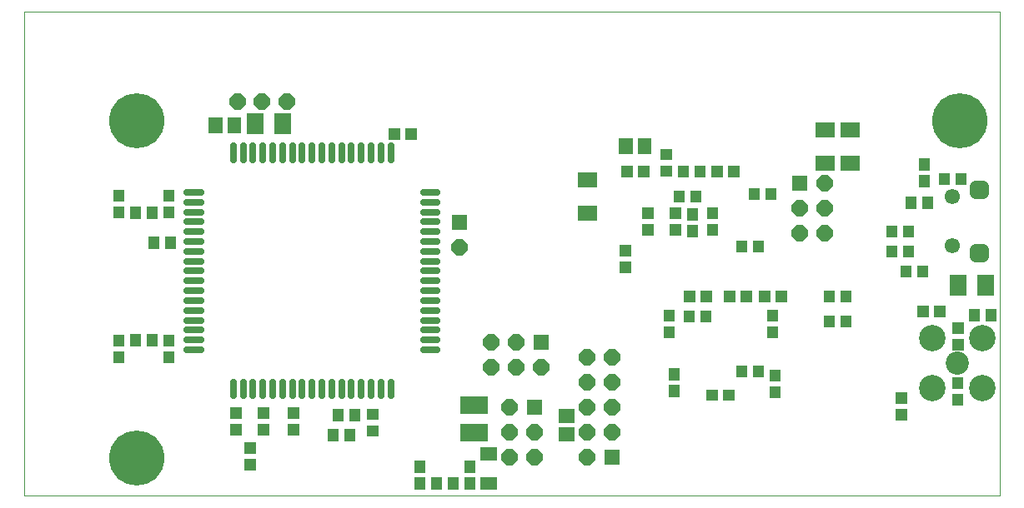
<source format=gbs>
G75*
%MOIN*%
%OFA0B0*%
%FSLAX25Y25*%
%IPPOS*%
%LPD*%
%AMOC8*
5,1,8,0,0,1.08239X$1,22.5*
%
%ADD10C,0.00000*%
%ADD11C,0.00260*%
%ADD12C,0.00276*%
%ADD13C,0.00236*%
%ADD14C,0.22050*%
%ADD15C,0.00268*%
%ADD16R,0.06394X0.06394*%
%ADD17OC8,0.06394*%
%ADD18C,0.02756*%
%ADD19C,0.06102*%
%ADD20C,0.04488*%
%ADD21C,0.00256*%
%ADD22C,0.09292*%
%ADD23C,0.10553*%
D10*
X0022595Y0009348D02*
X0412516Y0009348D01*
X0412516Y0203167D01*
X0022595Y0203167D01*
X0022595Y0009348D01*
D11*
X0104863Y0033967D02*
X0104863Y0038037D01*
X0109327Y0038037D01*
X0109327Y0033967D01*
X0104863Y0033967D01*
X0104863Y0034226D02*
X0109327Y0034226D01*
X0109327Y0034485D02*
X0104863Y0034485D01*
X0104863Y0034744D02*
X0109327Y0034744D01*
X0109327Y0035003D02*
X0104863Y0035003D01*
X0104863Y0035262D02*
X0109327Y0035262D01*
X0109327Y0035521D02*
X0104863Y0035521D01*
X0104863Y0035780D02*
X0109327Y0035780D01*
X0109327Y0036039D02*
X0104863Y0036039D01*
X0104863Y0036298D02*
X0109327Y0036298D01*
X0109327Y0036557D02*
X0104863Y0036557D01*
X0104863Y0036816D02*
X0109327Y0036816D01*
X0109327Y0037075D02*
X0104863Y0037075D01*
X0104863Y0037334D02*
X0109327Y0037334D01*
X0109327Y0037593D02*
X0104863Y0037593D01*
X0104863Y0037852D02*
X0109327Y0037852D01*
X0104863Y0040659D02*
X0104863Y0044729D01*
X0109327Y0044729D01*
X0109327Y0040659D01*
X0104863Y0040659D01*
X0104863Y0040918D02*
X0109327Y0040918D01*
X0109327Y0041177D02*
X0104863Y0041177D01*
X0104863Y0041436D02*
X0109327Y0041436D01*
X0109327Y0041695D02*
X0104863Y0041695D01*
X0104863Y0041954D02*
X0109327Y0041954D01*
X0109327Y0042213D02*
X0104863Y0042213D01*
X0104863Y0042472D02*
X0109327Y0042472D01*
X0109327Y0042731D02*
X0104863Y0042731D01*
X0104863Y0042990D02*
X0109327Y0042990D01*
X0109327Y0043249D02*
X0104863Y0043249D01*
X0104863Y0043508D02*
X0109327Y0043508D01*
X0109327Y0043767D02*
X0104863Y0043767D01*
X0104863Y0044026D02*
X0109327Y0044026D01*
X0109327Y0044285D02*
X0104863Y0044285D01*
X0104863Y0044544D02*
X0109327Y0044544D01*
X0115863Y0044729D02*
X0115863Y0040659D01*
X0115863Y0044729D02*
X0120327Y0044729D01*
X0120327Y0040659D01*
X0115863Y0040659D01*
X0115863Y0040918D02*
X0120327Y0040918D01*
X0120327Y0041177D02*
X0115863Y0041177D01*
X0115863Y0041436D02*
X0120327Y0041436D01*
X0120327Y0041695D02*
X0115863Y0041695D01*
X0115863Y0041954D02*
X0120327Y0041954D01*
X0120327Y0042213D02*
X0115863Y0042213D01*
X0115863Y0042472D02*
X0120327Y0042472D01*
X0120327Y0042731D02*
X0115863Y0042731D01*
X0115863Y0042990D02*
X0120327Y0042990D01*
X0120327Y0043249D02*
X0115863Y0043249D01*
X0115863Y0043508D02*
X0120327Y0043508D01*
X0120327Y0043767D02*
X0115863Y0043767D01*
X0115863Y0044026D02*
X0120327Y0044026D01*
X0120327Y0044285D02*
X0115863Y0044285D01*
X0115863Y0044544D02*
X0120327Y0044544D01*
X0127863Y0044729D02*
X0127863Y0040659D01*
X0127863Y0044729D02*
X0132327Y0044729D01*
X0132327Y0040659D01*
X0127863Y0040659D01*
X0127863Y0040918D02*
X0132327Y0040918D01*
X0132327Y0041177D02*
X0127863Y0041177D01*
X0127863Y0041436D02*
X0132327Y0041436D01*
X0132327Y0041695D02*
X0127863Y0041695D01*
X0127863Y0041954D02*
X0132327Y0041954D01*
X0132327Y0042213D02*
X0127863Y0042213D01*
X0127863Y0042472D02*
X0132327Y0042472D01*
X0132327Y0042731D02*
X0127863Y0042731D01*
X0127863Y0042990D02*
X0132327Y0042990D01*
X0132327Y0043249D02*
X0127863Y0043249D01*
X0127863Y0043508D02*
X0132327Y0043508D01*
X0132327Y0043767D02*
X0127863Y0043767D01*
X0127863Y0044026D02*
X0132327Y0044026D01*
X0132327Y0044285D02*
X0127863Y0044285D01*
X0127863Y0044544D02*
X0132327Y0044544D01*
X0127863Y0038037D02*
X0127863Y0033967D01*
X0127863Y0038037D02*
X0132327Y0038037D01*
X0132327Y0033967D01*
X0127863Y0033967D01*
X0127863Y0034226D02*
X0132327Y0034226D01*
X0132327Y0034485D02*
X0127863Y0034485D01*
X0127863Y0034744D02*
X0132327Y0034744D01*
X0132327Y0035003D02*
X0127863Y0035003D01*
X0127863Y0035262D02*
X0132327Y0035262D01*
X0132327Y0035521D02*
X0127863Y0035521D01*
X0127863Y0035780D02*
X0132327Y0035780D01*
X0132327Y0036039D02*
X0127863Y0036039D01*
X0127863Y0036298D02*
X0132327Y0036298D01*
X0132327Y0036557D02*
X0127863Y0036557D01*
X0127863Y0036816D02*
X0132327Y0036816D01*
X0132327Y0037075D02*
X0127863Y0037075D01*
X0127863Y0037334D02*
X0132327Y0037334D01*
X0132327Y0037593D02*
X0127863Y0037593D01*
X0127863Y0037852D02*
X0132327Y0037852D01*
X0143714Y0031616D02*
X0147784Y0031616D01*
X0143714Y0031616D02*
X0143714Y0036080D01*
X0147784Y0036080D01*
X0147784Y0031616D01*
X0147784Y0031875D02*
X0143714Y0031875D01*
X0143714Y0032134D02*
X0147784Y0032134D01*
X0147784Y0032393D02*
X0143714Y0032393D01*
X0143714Y0032652D02*
X0147784Y0032652D01*
X0147784Y0032911D02*
X0143714Y0032911D01*
X0143714Y0033170D02*
X0147784Y0033170D01*
X0147784Y0033429D02*
X0143714Y0033429D01*
X0143714Y0033688D02*
X0147784Y0033688D01*
X0147784Y0033947D02*
X0143714Y0033947D01*
X0143714Y0034206D02*
X0147784Y0034206D01*
X0147784Y0034465D02*
X0143714Y0034465D01*
X0143714Y0034724D02*
X0147784Y0034724D01*
X0147784Y0034983D02*
X0143714Y0034983D01*
X0143714Y0035242D02*
X0147784Y0035242D01*
X0147784Y0035501D02*
X0143714Y0035501D01*
X0143714Y0035760D02*
X0147784Y0035760D01*
X0147784Y0036019D02*
X0143714Y0036019D01*
X0150407Y0031616D02*
X0154477Y0031616D01*
X0150407Y0031616D02*
X0150407Y0036080D01*
X0154477Y0036080D01*
X0154477Y0031616D01*
X0154477Y0031875D02*
X0150407Y0031875D01*
X0150407Y0032134D02*
X0154477Y0032134D01*
X0154477Y0032393D02*
X0150407Y0032393D01*
X0150407Y0032652D02*
X0154477Y0032652D01*
X0154477Y0032911D02*
X0150407Y0032911D01*
X0150407Y0033170D02*
X0154477Y0033170D01*
X0154477Y0033429D02*
X0150407Y0033429D01*
X0150407Y0033688D02*
X0154477Y0033688D01*
X0154477Y0033947D02*
X0150407Y0033947D01*
X0150407Y0034206D02*
X0154477Y0034206D01*
X0154477Y0034465D02*
X0150407Y0034465D01*
X0150407Y0034724D02*
X0154477Y0034724D01*
X0154477Y0034983D02*
X0150407Y0034983D01*
X0150407Y0035242D02*
X0154477Y0035242D01*
X0154477Y0035501D02*
X0150407Y0035501D01*
X0150407Y0035760D02*
X0154477Y0035760D01*
X0154477Y0036019D02*
X0150407Y0036019D01*
X0149784Y0039616D02*
X0145714Y0039616D01*
X0145714Y0044080D01*
X0149784Y0044080D01*
X0149784Y0039616D01*
X0149784Y0039875D02*
X0145714Y0039875D01*
X0145714Y0040134D02*
X0149784Y0040134D01*
X0149784Y0040393D02*
X0145714Y0040393D01*
X0145714Y0040652D02*
X0149784Y0040652D01*
X0149784Y0040911D02*
X0145714Y0040911D01*
X0145714Y0041170D02*
X0149784Y0041170D01*
X0149784Y0041429D02*
X0145714Y0041429D01*
X0145714Y0041688D02*
X0149784Y0041688D01*
X0149784Y0041947D02*
X0145714Y0041947D01*
X0145714Y0042206D02*
X0149784Y0042206D01*
X0149784Y0042465D02*
X0145714Y0042465D01*
X0145714Y0042724D02*
X0149784Y0042724D01*
X0149784Y0042983D02*
X0145714Y0042983D01*
X0145714Y0043242D02*
X0149784Y0043242D01*
X0149784Y0043501D02*
X0145714Y0043501D01*
X0145714Y0043760D02*
X0149784Y0043760D01*
X0149784Y0044019D02*
X0145714Y0044019D01*
X0152407Y0039616D02*
X0156477Y0039616D01*
X0152407Y0039616D02*
X0152407Y0044080D01*
X0156477Y0044080D01*
X0156477Y0039616D01*
X0156477Y0039875D02*
X0152407Y0039875D01*
X0152407Y0040134D02*
X0156477Y0040134D01*
X0156477Y0040393D02*
X0152407Y0040393D01*
X0152407Y0040652D02*
X0156477Y0040652D01*
X0156477Y0040911D02*
X0152407Y0040911D01*
X0152407Y0041170D02*
X0156477Y0041170D01*
X0156477Y0041429D02*
X0152407Y0041429D01*
X0152407Y0041688D02*
X0156477Y0041688D01*
X0156477Y0041947D02*
X0152407Y0041947D01*
X0152407Y0042206D02*
X0156477Y0042206D01*
X0156477Y0042465D02*
X0152407Y0042465D01*
X0152407Y0042724D02*
X0156477Y0042724D01*
X0156477Y0042983D02*
X0152407Y0042983D01*
X0152407Y0043242D02*
X0156477Y0043242D01*
X0156477Y0043501D02*
X0152407Y0043501D01*
X0152407Y0043760D02*
X0156477Y0043760D01*
X0156477Y0044019D02*
X0152407Y0044019D01*
X0163827Y0044229D02*
X0163827Y0040159D01*
X0159363Y0040159D01*
X0159363Y0044229D01*
X0163827Y0044229D01*
X0163827Y0040418D02*
X0159363Y0040418D01*
X0159363Y0040677D02*
X0163827Y0040677D01*
X0163827Y0040936D02*
X0159363Y0040936D01*
X0159363Y0041195D02*
X0163827Y0041195D01*
X0163827Y0041454D02*
X0159363Y0041454D01*
X0159363Y0041713D02*
X0163827Y0041713D01*
X0163827Y0041972D02*
X0159363Y0041972D01*
X0159363Y0042231D02*
X0163827Y0042231D01*
X0163827Y0042490D02*
X0159363Y0042490D01*
X0159363Y0042749D02*
X0163827Y0042749D01*
X0163827Y0043008D02*
X0159363Y0043008D01*
X0159363Y0043267D02*
X0163827Y0043267D01*
X0163827Y0043526D02*
X0159363Y0043526D01*
X0159363Y0043785D02*
X0163827Y0043785D01*
X0163827Y0044044D02*
X0159363Y0044044D01*
X0163827Y0037537D02*
X0163827Y0033467D01*
X0159363Y0033467D01*
X0159363Y0037537D01*
X0163827Y0037537D01*
X0163827Y0033726D02*
X0159363Y0033726D01*
X0159363Y0033985D02*
X0163827Y0033985D01*
X0163827Y0034244D02*
X0159363Y0034244D01*
X0159363Y0034503D02*
X0163827Y0034503D01*
X0163827Y0034762D02*
X0159363Y0034762D01*
X0159363Y0035021D02*
X0163827Y0035021D01*
X0163827Y0035280D02*
X0159363Y0035280D01*
X0159363Y0035539D02*
X0163827Y0035539D01*
X0163827Y0035798D02*
X0159363Y0035798D01*
X0159363Y0036057D02*
X0163827Y0036057D01*
X0163827Y0036316D02*
X0159363Y0036316D01*
X0159363Y0036575D02*
X0163827Y0036575D01*
X0163827Y0036834D02*
X0159363Y0036834D01*
X0159363Y0037093D02*
X0163827Y0037093D01*
X0163827Y0037352D02*
X0159363Y0037352D01*
X0182630Y0023426D02*
X0182630Y0018962D01*
X0178560Y0018962D01*
X0178560Y0023426D01*
X0182630Y0023426D01*
X0182630Y0019221D02*
X0178560Y0019221D01*
X0178560Y0019480D02*
X0182630Y0019480D01*
X0182630Y0019739D02*
X0178560Y0019739D01*
X0178560Y0019998D02*
X0182630Y0019998D01*
X0182630Y0020257D02*
X0178560Y0020257D01*
X0178560Y0020516D02*
X0182630Y0020516D01*
X0182630Y0020775D02*
X0178560Y0020775D01*
X0178560Y0021034D02*
X0182630Y0021034D01*
X0182630Y0021293D02*
X0178560Y0021293D01*
X0178560Y0021552D02*
X0182630Y0021552D01*
X0182630Y0021811D02*
X0178560Y0021811D01*
X0178560Y0022070D02*
X0182630Y0022070D01*
X0182630Y0022329D02*
X0178560Y0022329D01*
X0178560Y0022588D02*
X0182630Y0022588D01*
X0182630Y0022847D02*
X0178560Y0022847D01*
X0178560Y0023106D02*
X0182630Y0023106D01*
X0182630Y0023365D02*
X0178560Y0023365D01*
X0182630Y0016734D02*
X0182630Y0012270D01*
X0178560Y0012270D01*
X0178560Y0016734D01*
X0182630Y0016734D01*
X0182630Y0012529D02*
X0178560Y0012529D01*
X0178560Y0012788D02*
X0182630Y0012788D01*
X0182630Y0013047D02*
X0178560Y0013047D01*
X0178560Y0013306D02*
X0182630Y0013306D01*
X0182630Y0013565D02*
X0178560Y0013565D01*
X0178560Y0013824D02*
X0182630Y0013824D01*
X0182630Y0014083D02*
X0178560Y0014083D01*
X0178560Y0014342D02*
X0182630Y0014342D01*
X0182630Y0014601D02*
X0178560Y0014601D01*
X0178560Y0014860D02*
X0182630Y0014860D01*
X0182630Y0015119D02*
X0178560Y0015119D01*
X0178560Y0015378D02*
X0182630Y0015378D01*
X0182630Y0015637D02*
X0178560Y0015637D01*
X0178560Y0015896D02*
X0182630Y0015896D01*
X0182630Y0016155D02*
X0178560Y0016155D01*
X0178560Y0016414D02*
X0182630Y0016414D01*
X0182630Y0016673D02*
X0178560Y0016673D01*
X0185214Y0016738D02*
X0189284Y0016738D01*
X0189284Y0012274D01*
X0185214Y0012274D01*
X0185214Y0016738D01*
X0185214Y0012533D02*
X0189284Y0012533D01*
X0189284Y0012792D02*
X0185214Y0012792D01*
X0185214Y0013051D02*
X0189284Y0013051D01*
X0189284Y0013310D02*
X0185214Y0013310D01*
X0185214Y0013569D02*
X0189284Y0013569D01*
X0189284Y0013828D02*
X0185214Y0013828D01*
X0185214Y0014087D02*
X0189284Y0014087D01*
X0189284Y0014346D02*
X0185214Y0014346D01*
X0185214Y0014605D02*
X0189284Y0014605D01*
X0189284Y0014864D02*
X0185214Y0014864D01*
X0185214Y0015123D02*
X0189284Y0015123D01*
X0189284Y0015382D02*
X0185214Y0015382D01*
X0185214Y0015641D02*
X0189284Y0015641D01*
X0189284Y0015900D02*
X0185214Y0015900D01*
X0185214Y0016159D02*
X0189284Y0016159D01*
X0189284Y0016418D02*
X0185214Y0016418D01*
X0185214Y0016677D02*
X0189284Y0016677D01*
X0191907Y0016738D02*
X0195977Y0016738D01*
X0195977Y0012274D01*
X0191907Y0012274D01*
X0191907Y0016738D01*
X0191907Y0012533D02*
X0195977Y0012533D01*
X0195977Y0012792D02*
X0191907Y0012792D01*
X0191907Y0013051D02*
X0195977Y0013051D01*
X0195977Y0013310D02*
X0191907Y0013310D01*
X0191907Y0013569D02*
X0195977Y0013569D01*
X0195977Y0013828D02*
X0191907Y0013828D01*
X0191907Y0014087D02*
X0195977Y0014087D01*
X0195977Y0014346D02*
X0191907Y0014346D01*
X0191907Y0014605D02*
X0195977Y0014605D01*
X0195977Y0014864D02*
X0191907Y0014864D01*
X0191907Y0015123D02*
X0195977Y0015123D01*
X0195977Y0015382D02*
X0191907Y0015382D01*
X0191907Y0015641D02*
X0195977Y0015641D01*
X0195977Y0015900D02*
X0191907Y0015900D01*
X0191907Y0016159D02*
X0195977Y0016159D01*
X0195977Y0016418D02*
X0191907Y0016418D01*
X0191907Y0016677D02*
X0195977Y0016677D01*
X0202630Y0016734D02*
X0202630Y0012270D01*
X0198560Y0012270D01*
X0198560Y0016734D01*
X0202630Y0016734D01*
X0202630Y0012529D02*
X0198560Y0012529D01*
X0198560Y0012788D02*
X0202630Y0012788D01*
X0202630Y0013047D02*
X0198560Y0013047D01*
X0198560Y0013306D02*
X0202630Y0013306D01*
X0202630Y0013565D02*
X0198560Y0013565D01*
X0198560Y0013824D02*
X0202630Y0013824D01*
X0202630Y0014083D02*
X0198560Y0014083D01*
X0198560Y0014342D02*
X0202630Y0014342D01*
X0202630Y0014601D02*
X0198560Y0014601D01*
X0198560Y0014860D02*
X0202630Y0014860D01*
X0202630Y0015119D02*
X0198560Y0015119D01*
X0198560Y0015378D02*
X0202630Y0015378D01*
X0202630Y0015637D02*
X0198560Y0015637D01*
X0198560Y0015896D02*
X0202630Y0015896D01*
X0202630Y0016155D02*
X0198560Y0016155D01*
X0198560Y0016414D02*
X0202630Y0016414D01*
X0202630Y0016673D02*
X0198560Y0016673D01*
X0202630Y0018962D02*
X0202630Y0023426D01*
X0202630Y0018962D02*
X0198560Y0018962D01*
X0198560Y0023426D01*
X0202630Y0023426D01*
X0202630Y0019221D02*
X0198560Y0019221D01*
X0198560Y0019480D02*
X0202630Y0019480D01*
X0202630Y0019739D02*
X0198560Y0019739D01*
X0198560Y0019998D02*
X0202630Y0019998D01*
X0202630Y0020257D02*
X0198560Y0020257D01*
X0198560Y0020516D02*
X0202630Y0020516D01*
X0202630Y0020775D02*
X0198560Y0020775D01*
X0198560Y0021034D02*
X0202630Y0021034D01*
X0202630Y0021293D02*
X0198560Y0021293D01*
X0198560Y0021552D02*
X0202630Y0021552D01*
X0202630Y0021811D02*
X0198560Y0021811D01*
X0198560Y0022070D02*
X0202630Y0022070D01*
X0202630Y0022329D02*
X0198560Y0022329D01*
X0198560Y0022588D02*
X0202630Y0022588D01*
X0202630Y0022847D02*
X0198560Y0022847D01*
X0198560Y0023106D02*
X0202630Y0023106D01*
X0202630Y0023365D02*
X0198560Y0023365D01*
X0115863Y0033967D02*
X0115863Y0038037D01*
X0120327Y0038037D01*
X0120327Y0033967D01*
X0115863Y0033967D01*
X0115863Y0034226D02*
X0120327Y0034226D01*
X0120327Y0034485D02*
X0115863Y0034485D01*
X0115863Y0034744D02*
X0120327Y0034744D01*
X0120327Y0035003D02*
X0115863Y0035003D01*
X0115863Y0035262D02*
X0120327Y0035262D01*
X0120327Y0035521D02*
X0115863Y0035521D01*
X0115863Y0035780D02*
X0120327Y0035780D01*
X0120327Y0036039D02*
X0115863Y0036039D01*
X0115863Y0036298D02*
X0120327Y0036298D01*
X0120327Y0036557D02*
X0115863Y0036557D01*
X0115863Y0036816D02*
X0120327Y0036816D01*
X0120327Y0037075D02*
X0115863Y0037075D01*
X0115863Y0037334D02*
X0120327Y0037334D01*
X0120327Y0037593D02*
X0115863Y0037593D01*
X0115863Y0037852D02*
X0120327Y0037852D01*
X0110363Y0030729D02*
X0110363Y0026659D01*
X0110363Y0030729D02*
X0114827Y0030729D01*
X0114827Y0026659D01*
X0110363Y0026659D01*
X0110363Y0026918D02*
X0114827Y0026918D01*
X0114827Y0027177D02*
X0110363Y0027177D01*
X0110363Y0027436D02*
X0114827Y0027436D01*
X0114827Y0027695D02*
X0110363Y0027695D01*
X0110363Y0027954D02*
X0114827Y0027954D01*
X0114827Y0028213D02*
X0110363Y0028213D01*
X0110363Y0028472D02*
X0114827Y0028472D01*
X0114827Y0028731D02*
X0110363Y0028731D01*
X0110363Y0028990D02*
X0114827Y0028990D01*
X0114827Y0029249D02*
X0110363Y0029249D01*
X0110363Y0029508D02*
X0114827Y0029508D01*
X0114827Y0029767D02*
X0110363Y0029767D01*
X0110363Y0030026D02*
X0114827Y0030026D01*
X0114827Y0030285D02*
X0110363Y0030285D01*
X0110363Y0030544D02*
X0114827Y0030544D01*
X0110363Y0024037D02*
X0110363Y0019967D01*
X0110363Y0024037D02*
X0114827Y0024037D01*
X0114827Y0019967D01*
X0110363Y0019967D01*
X0110363Y0020226D02*
X0114827Y0020226D01*
X0114827Y0020485D02*
X0110363Y0020485D01*
X0110363Y0020744D02*
X0114827Y0020744D01*
X0114827Y0021003D02*
X0110363Y0021003D01*
X0110363Y0021262D02*
X0114827Y0021262D01*
X0114827Y0021521D02*
X0110363Y0021521D01*
X0110363Y0021780D02*
X0114827Y0021780D01*
X0114827Y0022039D02*
X0110363Y0022039D01*
X0110363Y0022298D02*
X0114827Y0022298D01*
X0114827Y0022557D02*
X0110363Y0022557D01*
X0110363Y0022816D02*
X0114827Y0022816D01*
X0114827Y0023075D02*
X0110363Y0023075D01*
X0110363Y0023334D02*
X0114827Y0023334D01*
X0114827Y0023593D02*
X0110363Y0023593D01*
X0110363Y0023852D02*
X0114827Y0023852D01*
X0078060Y0062770D02*
X0078060Y0067234D01*
X0082130Y0067234D01*
X0082130Y0062770D01*
X0078060Y0062770D01*
X0078060Y0063029D02*
X0082130Y0063029D01*
X0082130Y0063288D02*
X0078060Y0063288D01*
X0078060Y0063547D02*
X0082130Y0063547D01*
X0082130Y0063806D02*
X0078060Y0063806D01*
X0078060Y0064065D02*
X0082130Y0064065D01*
X0082130Y0064324D02*
X0078060Y0064324D01*
X0078060Y0064583D02*
X0082130Y0064583D01*
X0082130Y0064842D02*
X0078060Y0064842D01*
X0078060Y0065101D02*
X0082130Y0065101D01*
X0082130Y0065360D02*
X0078060Y0065360D01*
X0078060Y0065619D02*
X0082130Y0065619D01*
X0082130Y0065878D02*
X0078060Y0065878D01*
X0078060Y0066137D02*
X0082130Y0066137D01*
X0082130Y0066396D02*
X0078060Y0066396D01*
X0078060Y0066655D02*
X0082130Y0066655D01*
X0082130Y0066914D02*
X0078060Y0066914D01*
X0078060Y0067173D02*
X0082130Y0067173D01*
X0078060Y0069462D02*
X0078060Y0073926D01*
X0082130Y0073926D01*
X0082130Y0069462D01*
X0078060Y0069462D01*
X0078060Y0069721D02*
X0082130Y0069721D01*
X0082130Y0069980D02*
X0078060Y0069980D01*
X0078060Y0070239D02*
X0082130Y0070239D01*
X0082130Y0070498D02*
X0078060Y0070498D01*
X0078060Y0070757D02*
X0082130Y0070757D01*
X0082130Y0071016D02*
X0078060Y0071016D01*
X0078060Y0071275D02*
X0082130Y0071275D01*
X0082130Y0071534D02*
X0078060Y0071534D01*
X0078060Y0071793D02*
X0082130Y0071793D01*
X0082130Y0072052D02*
X0078060Y0072052D01*
X0078060Y0072311D02*
X0082130Y0072311D01*
X0082130Y0072570D02*
X0078060Y0072570D01*
X0078060Y0072829D02*
X0082130Y0072829D01*
X0082130Y0073088D02*
X0078060Y0073088D01*
X0078060Y0073347D02*
X0082130Y0073347D01*
X0082130Y0073606D02*
X0078060Y0073606D01*
X0078060Y0073865D02*
X0082130Y0073865D01*
X0075477Y0074080D02*
X0071407Y0074080D01*
X0075477Y0074080D02*
X0075477Y0069616D01*
X0071407Y0069616D01*
X0071407Y0074080D01*
X0071407Y0069875D02*
X0075477Y0069875D01*
X0075477Y0070134D02*
X0071407Y0070134D01*
X0071407Y0070393D02*
X0075477Y0070393D01*
X0075477Y0070652D02*
X0071407Y0070652D01*
X0071407Y0070911D02*
X0075477Y0070911D01*
X0075477Y0071170D02*
X0071407Y0071170D01*
X0071407Y0071429D02*
X0075477Y0071429D01*
X0075477Y0071688D02*
X0071407Y0071688D01*
X0071407Y0071947D02*
X0075477Y0071947D01*
X0075477Y0072206D02*
X0071407Y0072206D01*
X0071407Y0072465D02*
X0075477Y0072465D01*
X0075477Y0072724D02*
X0071407Y0072724D01*
X0071407Y0072983D02*
X0075477Y0072983D01*
X0075477Y0073242D02*
X0071407Y0073242D01*
X0071407Y0073501D02*
X0075477Y0073501D01*
X0075477Y0073760D02*
X0071407Y0073760D01*
X0071407Y0074019D02*
X0075477Y0074019D01*
X0068784Y0074080D02*
X0064714Y0074080D01*
X0068784Y0074080D02*
X0068784Y0069616D01*
X0064714Y0069616D01*
X0064714Y0074080D01*
X0064714Y0069875D02*
X0068784Y0069875D01*
X0068784Y0070134D02*
X0064714Y0070134D01*
X0064714Y0070393D02*
X0068784Y0070393D01*
X0068784Y0070652D02*
X0064714Y0070652D01*
X0064714Y0070911D02*
X0068784Y0070911D01*
X0068784Y0071170D02*
X0064714Y0071170D01*
X0064714Y0071429D02*
X0068784Y0071429D01*
X0068784Y0071688D02*
X0064714Y0071688D01*
X0064714Y0071947D02*
X0068784Y0071947D01*
X0068784Y0072206D02*
X0064714Y0072206D01*
X0064714Y0072465D02*
X0068784Y0072465D01*
X0068784Y0072724D02*
X0064714Y0072724D01*
X0064714Y0072983D02*
X0068784Y0072983D01*
X0068784Y0073242D02*
X0064714Y0073242D01*
X0064714Y0073501D02*
X0068784Y0073501D01*
X0068784Y0073760D02*
X0064714Y0073760D01*
X0064714Y0074019D02*
X0068784Y0074019D01*
X0058060Y0073926D02*
X0058060Y0069462D01*
X0058060Y0073926D02*
X0062130Y0073926D01*
X0062130Y0069462D01*
X0058060Y0069462D01*
X0058060Y0069721D02*
X0062130Y0069721D01*
X0062130Y0069980D02*
X0058060Y0069980D01*
X0058060Y0070239D02*
X0062130Y0070239D01*
X0062130Y0070498D02*
X0058060Y0070498D01*
X0058060Y0070757D02*
X0062130Y0070757D01*
X0062130Y0071016D02*
X0058060Y0071016D01*
X0058060Y0071275D02*
X0062130Y0071275D01*
X0062130Y0071534D02*
X0058060Y0071534D01*
X0058060Y0071793D02*
X0062130Y0071793D01*
X0062130Y0072052D02*
X0058060Y0072052D01*
X0058060Y0072311D02*
X0062130Y0072311D01*
X0062130Y0072570D02*
X0058060Y0072570D01*
X0058060Y0072829D02*
X0062130Y0072829D01*
X0062130Y0073088D02*
X0058060Y0073088D01*
X0058060Y0073347D02*
X0062130Y0073347D01*
X0062130Y0073606D02*
X0058060Y0073606D01*
X0058060Y0073865D02*
X0062130Y0073865D01*
X0058060Y0067234D02*
X0058060Y0062770D01*
X0058060Y0067234D02*
X0062130Y0067234D01*
X0062130Y0062770D01*
X0058060Y0062770D01*
X0058060Y0063029D02*
X0062130Y0063029D01*
X0062130Y0063288D02*
X0058060Y0063288D01*
X0058060Y0063547D02*
X0062130Y0063547D01*
X0062130Y0063806D02*
X0058060Y0063806D01*
X0058060Y0064065D02*
X0062130Y0064065D01*
X0062130Y0064324D02*
X0058060Y0064324D01*
X0058060Y0064583D02*
X0062130Y0064583D01*
X0062130Y0064842D02*
X0058060Y0064842D01*
X0058060Y0065101D02*
X0062130Y0065101D01*
X0062130Y0065360D02*
X0058060Y0065360D01*
X0058060Y0065619D02*
X0062130Y0065619D01*
X0062130Y0065878D02*
X0058060Y0065878D01*
X0058060Y0066137D02*
X0062130Y0066137D01*
X0062130Y0066396D02*
X0058060Y0066396D01*
X0058060Y0066655D02*
X0062130Y0066655D01*
X0062130Y0066914D02*
X0058060Y0066914D01*
X0058060Y0067173D02*
X0062130Y0067173D01*
X0072214Y0113080D02*
X0076284Y0113080D01*
X0076284Y0108616D01*
X0072214Y0108616D01*
X0072214Y0113080D01*
X0072214Y0108875D02*
X0076284Y0108875D01*
X0076284Y0109134D02*
X0072214Y0109134D01*
X0072214Y0109393D02*
X0076284Y0109393D01*
X0076284Y0109652D02*
X0072214Y0109652D01*
X0072214Y0109911D02*
X0076284Y0109911D01*
X0076284Y0110170D02*
X0072214Y0110170D01*
X0072214Y0110429D02*
X0076284Y0110429D01*
X0076284Y0110688D02*
X0072214Y0110688D01*
X0072214Y0110947D02*
X0076284Y0110947D01*
X0076284Y0111206D02*
X0072214Y0111206D01*
X0072214Y0111465D02*
X0076284Y0111465D01*
X0076284Y0111724D02*
X0072214Y0111724D01*
X0072214Y0111983D02*
X0076284Y0111983D01*
X0076284Y0112242D02*
X0072214Y0112242D01*
X0072214Y0112501D02*
X0076284Y0112501D01*
X0076284Y0112760D02*
X0072214Y0112760D01*
X0072214Y0113019D02*
X0076284Y0113019D01*
X0078907Y0113080D02*
X0082977Y0113080D01*
X0082977Y0108616D01*
X0078907Y0108616D01*
X0078907Y0113080D01*
X0078907Y0108875D02*
X0082977Y0108875D01*
X0082977Y0109134D02*
X0078907Y0109134D01*
X0078907Y0109393D02*
X0082977Y0109393D01*
X0082977Y0109652D02*
X0078907Y0109652D01*
X0078907Y0109911D02*
X0082977Y0109911D01*
X0082977Y0110170D02*
X0078907Y0110170D01*
X0078907Y0110429D02*
X0082977Y0110429D01*
X0082977Y0110688D02*
X0078907Y0110688D01*
X0078907Y0110947D02*
X0082977Y0110947D01*
X0082977Y0111206D02*
X0078907Y0111206D01*
X0078907Y0111465D02*
X0082977Y0111465D01*
X0082977Y0111724D02*
X0078907Y0111724D01*
X0078907Y0111983D02*
X0082977Y0111983D01*
X0082977Y0112242D02*
X0078907Y0112242D01*
X0078907Y0112501D02*
X0082977Y0112501D01*
X0082977Y0112760D02*
X0078907Y0112760D01*
X0078907Y0113019D02*
X0082977Y0113019D01*
X0082130Y0120770D02*
X0082130Y0125234D01*
X0082130Y0120770D02*
X0078060Y0120770D01*
X0078060Y0125234D01*
X0082130Y0125234D01*
X0082130Y0121029D02*
X0078060Y0121029D01*
X0078060Y0121288D02*
X0082130Y0121288D01*
X0082130Y0121547D02*
X0078060Y0121547D01*
X0078060Y0121806D02*
X0082130Y0121806D01*
X0082130Y0122065D02*
X0078060Y0122065D01*
X0078060Y0122324D02*
X0082130Y0122324D01*
X0082130Y0122583D02*
X0078060Y0122583D01*
X0078060Y0122842D02*
X0082130Y0122842D01*
X0082130Y0123101D02*
X0078060Y0123101D01*
X0078060Y0123360D02*
X0082130Y0123360D01*
X0082130Y0123619D02*
X0078060Y0123619D01*
X0078060Y0123878D02*
X0082130Y0123878D01*
X0082130Y0124137D02*
X0078060Y0124137D01*
X0078060Y0124396D02*
X0082130Y0124396D01*
X0082130Y0124655D02*
X0078060Y0124655D01*
X0078060Y0124914D02*
X0082130Y0124914D01*
X0082130Y0125173D02*
X0078060Y0125173D01*
X0075477Y0125080D02*
X0071407Y0125080D01*
X0075477Y0125080D02*
X0075477Y0120616D01*
X0071407Y0120616D01*
X0071407Y0125080D01*
X0071407Y0120875D02*
X0075477Y0120875D01*
X0075477Y0121134D02*
X0071407Y0121134D01*
X0071407Y0121393D02*
X0075477Y0121393D01*
X0075477Y0121652D02*
X0071407Y0121652D01*
X0071407Y0121911D02*
X0075477Y0121911D01*
X0075477Y0122170D02*
X0071407Y0122170D01*
X0071407Y0122429D02*
X0075477Y0122429D01*
X0075477Y0122688D02*
X0071407Y0122688D01*
X0071407Y0122947D02*
X0075477Y0122947D01*
X0075477Y0123206D02*
X0071407Y0123206D01*
X0071407Y0123465D02*
X0075477Y0123465D01*
X0075477Y0123724D02*
X0071407Y0123724D01*
X0071407Y0123983D02*
X0075477Y0123983D01*
X0075477Y0124242D02*
X0071407Y0124242D01*
X0071407Y0124501D02*
X0075477Y0124501D01*
X0075477Y0124760D02*
X0071407Y0124760D01*
X0071407Y0125019D02*
X0075477Y0125019D01*
X0082130Y0127462D02*
X0082130Y0131926D01*
X0082130Y0127462D02*
X0078060Y0127462D01*
X0078060Y0131926D01*
X0082130Y0131926D01*
X0082130Y0127721D02*
X0078060Y0127721D01*
X0078060Y0127980D02*
X0082130Y0127980D01*
X0082130Y0128239D02*
X0078060Y0128239D01*
X0078060Y0128498D02*
X0082130Y0128498D01*
X0082130Y0128757D02*
X0078060Y0128757D01*
X0078060Y0129016D02*
X0082130Y0129016D01*
X0082130Y0129275D02*
X0078060Y0129275D01*
X0078060Y0129534D02*
X0082130Y0129534D01*
X0082130Y0129793D02*
X0078060Y0129793D01*
X0078060Y0130052D02*
X0082130Y0130052D01*
X0082130Y0130311D02*
X0078060Y0130311D01*
X0078060Y0130570D02*
X0082130Y0130570D01*
X0082130Y0130829D02*
X0078060Y0130829D01*
X0078060Y0131088D02*
X0082130Y0131088D01*
X0082130Y0131347D02*
X0078060Y0131347D01*
X0078060Y0131606D02*
X0082130Y0131606D01*
X0082130Y0131865D02*
X0078060Y0131865D01*
X0068784Y0125080D02*
X0064714Y0125080D01*
X0068784Y0125080D02*
X0068784Y0120616D01*
X0064714Y0120616D01*
X0064714Y0125080D01*
X0064714Y0120875D02*
X0068784Y0120875D01*
X0068784Y0121134D02*
X0064714Y0121134D01*
X0064714Y0121393D02*
X0068784Y0121393D01*
X0068784Y0121652D02*
X0064714Y0121652D01*
X0064714Y0121911D02*
X0068784Y0121911D01*
X0068784Y0122170D02*
X0064714Y0122170D01*
X0064714Y0122429D02*
X0068784Y0122429D01*
X0068784Y0122688D02*
X0064714Y0122688D01*
X0064714Y0122947D02*
X0068784Y0122947D01*
X0068784Y0123206D02*
X0064714Y0123206D01*
X0064714Y0123465D02*
X0068784Y0123465D01*
X0068784Y0123724D02*
X0064714Y0123724D01*
X0064714Y0123983D02*
X0068784Y0123983D01*
X0068784Y0124242D02*
X0064714Y0124242D01*
X0064714Y0124501D02*
X0068784Y0124501D01*
X0068784Y0124760D02*
X0064714Y0124760D01*
X0064714Y0125019D02*
X0068784Y0125019D01*
X0062130Y0125234D02*
X0062130Y0120770D01*
X0058060Y0120770D01*
X0058060Y0125234D01*
X0062130Y0125234D01*
X0062130Y0121029D02*
X0058060Y0121029D01*
X0058060Y0121288D02*
X0062130Y0121288D01*
X0062130Y0121547D02*
X0058060Y0121547D01*
X0058060Y0121806D02*
X0062130Y0121806D01*
X0062130Y0122065D02*
X0058060Y0122065D01*
X0058060Y0122324D02*
X0062130Y0122324D01*
X0062130Y0122583D02*
X0058060Y0122583D01*
X0058060Y0122842D02*
X0062130Y0122842D01*
X0062130Y0123101D02*
X0058060Y0123101D01*
X0058060Y0123360D02*
X0062130Y0123360D01*
X0062130Y0123619D02*
X0058060Y0123619D01*
X0058060Y0123878D02*
X0062130Y0123878D01*
X0062130Y0124137D02*
X0058060Y0124137D01*
X0058060Y0124396D02*
X0062130Y0124396D01*
X0062130Y0124655D02*
X0058060Y0124655D01*
X0058060Y0124914D02*
X0062130Y0124914D01*
X0062130Y0125173D02*
X0058060Y0125173D01*
X0062130Y0127462D02*
X0062130Y0131926D01*
X0062130Y0127462D02*
X0058060Y0127462D01*
X0058060Y0131926D01*
X0062130Y0131926D01*
X0062130Y0127721D02*
X0058060Y0127721D01*
X0058060Y0127980D02*
X0062130Y0127980D01*
X0062130Y0128239D02*
X0058060Y0128239D01*
X0058060Y0128498D02*
X0062130Y0128498D01*
X0062130Y0128757D02*
X0058060Y0128757D01*
X0058060Y0129016D02*
X0062130Y0129016D01*
X0062130Y0129275D02*
X0058060Y0129275D01*
X0058060Y0129534D02*
X0062130Y0129534D01*
X0062130Y0129793D02*
X0058060Y0129793D01*
X0058060Y0130052D02*
X0062130Y0130052D01*
X0062130Y0130311D02*
X0058060Y0130311D01*
X0058060Y0130570D02*
X0062130Y0130570D01*
X0062130Y0130829D02*
X0058060Y0130829D01*
X0058060Y0131088D02*
X0062130Y0131088D01*
X0062130Y0131347D02*
X0058060Y0131347D01*
X0058060Y0131606D02*
X0062130Y0131606D01*
X0062130Y0131865D02*
X0058060Y0131865D01*
X0168017Y0152313D02*
X0172481Y0152313D01*
X0168017Y0152313D02*
X0168017Y0156383D01*
X0172481Y0156383D01*
X0172481Y0152313D01*
X0172481Y0152572D02*
X0168017Y0152572D01*
X0168017Y0152831D02*
X0172481Y0152831D01*
X0172481Y0153090D02*
X0168017Y0153090D01*
X0168017Y0153349D02*
X0172481Y0153349D01*
X0172481Y0153608D02*
X0168017Y0153608D01*
X0168017Y0153867D02*
X0172481Y0153867D01*
X0172481Y0154126D02*
X0168017Y0154126D01*
X0168017Y0154385D02*
X0172481Y0154385D01*
X0172481Y0154644D02*
X0168017Y0154644D01*
X0168017Y0154903D02*
X0172481Y0154903D01*
X0172481Y0155162D02*
X0168017Y0155162D01*
X0168017Y0155421D02*
X0172481Y0155421D01*
X0172481Y0155680D02*
X0168017Y0155680D01*
X0168017Y0155939D02*
X0172481Y0155939D01*
X0172481Y0156198D02*
X0168017Y0156198D01*
X0174710Y0152313D02*
X0179174Y0152313D01*
X0174710Y0152313D02*
X0174710Y0156383D01*
X0179174Y0156383D01*
X0179174Y0152313D01*
X0179174Y0152572D02*
X0174710Y0152572D01*
X0174710Y0152831D02*
X0179174Y0152831D01*
X0179174Y0153090D02*
X0174710Y0153090D01*
X0174710Y0153349D02*
X0179174Y0153349D01*
X0179174Y0153608D02*
X0174710Y0153608D01*
X0174710Y0153867D02*
X0179174Y0153867D01*
X0179174Y0154126D02*
X0174710Y0154126D01*
X0174710Y0154385D02*
X0179174Y0154385D01*
X0179174Y0154644D02*
X0174710Y0154644D01*
X0174710Y0154903D02*
X0179174Y0154903D01*
X0179174Y0155162D02*
X0174710Y0155162D01*
X0174710Y0155421D02*
X0179174Y0155421D01*
X0179174Y0155680D02*
X0174710Y0155680D01*
X0174710Y0155939D02*
X0179174Y0155939D01*
X0179174Y0156198D02*
X0174710Y0156198D01*
X0261017Y0137313D02*
X0265481Y0137313D01*
X0261017Y0137313D02*
X0261017Y0141383D01*
X0265481Y0141383D01*
X0265481Y0137313D01*
X0265481Y0137572D02*
X0261017Y0137572D01*
X0261017Y0137831D02*
X0265481Y0137831D01*
X0265481Y0138090D02*
X0261017Y0138090D01*
X0261017Y0138349D02*
X0265481Y0138349D01*
X0265481Y0138608D02*
X0261017Y0138608D01*
X0261017Y0138867D02*
X0265481Y0138867D01*
X0265481Y0139126D02*
X0261017Y0139126D01*
X0261017Y0139385D02*
X0265481Y0139385D01*
X0265481Y0139644D02*
X0261017Y0139644D01*
X0261017Y0139903D02*
X0265481Y0139903D01*
X0265481Y0140162D02*
X0261017Y0140162D01*
X0261017Y0140421D02*
X0265481Y0140421D01*
X0265481Y0140680D02*
X0261017Y0140680D01*
X0261017Y0140939D02*
X0265481Y0140939D01*
X0265481Y0141198D02*
X0261017Y0141198D01*
X0267710Y0137313D02*
X0272174Y0137313D01*
X0267710Y0137313D02*
X0267710Y0141383D01*
X0272174Y0141383D01*
X0272174Y0137313D01*
X0272174Y0137572D02*
X0267710Y0137572D01*
X0267710Y0137831D02*
X0272174Y0137831D01*
X0272174Y0138090D02*
X0267710Y0138090D01*
X0267710Y0138349D02*
X0272174Y0138349D01*
X0272174Y0138608D02*
X0267710Y0138608D01*
X0267710Y0138867D02*
X0272174Y0138867D01*
X0272174Y0139126D02*
X0267710Y0139126D01*
X0267710Y0139385D02*
X0272174Y0139385D01*
X0272174Y0139644D02*
X0267710Y0139644D01*
X0267710Y0139903D02*
X0272174Y0139903D01*
X0272174Y0140162D02*
X0267710Y0140162D01*
X0267710Y0140421D02*
X0272174Y0140421D01*
X0272174Y0140680D02*
X0267710Y0140680D01*
X0267710Y0140939D02*
X0272174Y0140939D01*
X0272174Y0141198D02*
X0267710Y0141198D01*
X0281327Y0141537D02*
X0281327Y0137467D01*
X0276863Y0137467D01*
X0276863Y0141537D01*
X0281327Y0141537D01*
X0281327Y0137726D02*
X0276863Y0137726D01*
X0276863Y0137985D02*
X0281327Y0137985D01*
X0281327Y0138244D02*
X0276863Y0138244D01*
X0276863Y0138503D02*
X0281327Y0138503D01*
X0281327Y0138762D02*
X0276863Y0138762D01*
X0276863Y0139021D02*
X0281327Y0139021D01*
X0281327Y0139280D02*
X0276863Y0139280D01*
X0276863Y0139539D02*
X0281327Y0139539D01*
X0281327Y0139798D02*
X0276863Y0139798D01*
X0276863Y0140057D02*
X0281327Y0140057D01*
X0281327Y0140316D02*
X0276863Y0140316D01*
X0276863Y0140575D02*
X0281327Y0140575D01*
X0281327Y0140834D02*
X0276863Y0140834D01*
X0276863Y0141093D02*
X0281327Y0141093D01*
X0281327Y0141352D02*
X0276863Y0141352D01*
X0281327Y0144159D02*
X0281327Y0148229D01*
X0281327Y0144159D02*
X0276863Y0144159D01*
X0276863Y0148229D01*
X0281327Y0148229D01*
X0281327Y0144418D02*
X0276863Y0144418D01*
X0276863Y0144677D02*
X0281327Y0144677D01*
X0281327Y0144936D02*
X0276863Y0144936D01*
X0276863Y0145195D02*
X0281327Y0145195D01*
X0281327Y0145454D02*
X0276863Y0145454D01*
X0276863Y0145713D02*
X0281327Y0145713D01*
X0281327Y0145972D02*
X0276863Y0145972D01*
X0276863Y0146231D02*
X0281327Y0146231D01*
X0281327Y0146490D02*
X0276863Y0146490D01*
X0276863Y0146749D02*
X0281327Y0146749D01*
X0281327Y0147008D02*
X0276863Y0147008D01*
X0276863Y0147267D02*
X0281327Y0147267D01*
X0281327Y0147526D02*
X0276863Y0147526D01*
X0276863Y0147785D02*
X0281327Y0147785D01*
X0281327Y0148044D02*
X0276863Y0148044D01*
X0283714Y0141580D02*
X0287784Y0141580D01*
X0287784Y0137116D01*
X0283714Y0137116D01*
X0283714Y0141580D01*
X0283714Y0137375D02*
X0287784Y0137375D01*
X0287784Y0137634D02*
X0283714Y0137634D01*
X0283714Y0137893D02*
X0287784Y0137893D01*
X0287784Y0138152D02*
X0283714Y0138152D01*
X0283714Y0138411D02*
X0287784Y0138411D01*
X0287784Y0138670D02*
X0283714Y0138670D01*
X0283714Y0138929D02*
X0287784Y0138929D01*
X0287784Y0139188D02*
X0283714Y0139188D01*
X0283714Y0139447D02*
X0287784Y0139447D01*
X0287784Y0139706D02*
X0283714Y0139706D01*
X0283714Y0139965D02*
X0287784Y0139965D01*
X0287784Y0140224D02*
X0283714Y0140224D01*
X0283714Y0140483D02*
X0287784Y0140483D01*
X0287784Y0140742D02*
X0283714Y0140742D01*
X0283714Y0141001D02*
X0287784Y0141001D01*
X0287784Y0141260D02*
X0283714Y0141260D01*
X0283714Y0141519D02*
X0287784Y0141519D01*
X0290407Y0141580D02*
X0294477Y0141580D01*
X0294477Y0137116D01*
X0290407Y0137116D01*
X0290407Y0141580D01*
X0290407Y0137375D02*
X0294477Y0137375D01*
X0294477Y0137634D02*
X0290407Y0137634D01*
X0290407Y0137893D02*
X0294477Y0137893D01*
X0294477Y0138152D02*
X0290407Y0138152D01*
X0290407Y0138411D02*
X0294477Y0138411D01*
X0294477Y0138670D02*
X0290407Y0138670D01*
X0290407Y0138929D02*
X0294477Y0138929D01*
X0294477Y0139188D02*
X0290407Y0139188D01*
X0290407Y0139447D02*
X0294477Y0139447D01*
X0294477Y0139706D02*
X0290407Y0139706D01*
X0290407Y0139965D02*
X0294477Y0139965D01*
X0294477Y0140224D02*
X0290407Y0140224D01*
X0290407Y0140483D02*
X0294477Y0140483D01*
X0294477Y0140742D02*
X0290407Y0140742D01*
X0290407Y0141001D02*
X0294477Y0141001D01*
X0294477Y0141260D02*
X0290407Y0141260D01*
X0290407Y0141519D02*
X0294477Y0141519D01*
X0297017Y0141383D02*
X0301481Y0141383D01*
X0301481Y0137313D01*
X0297017Y0137313D01*
X0297017Y0141383D01*
X0297017Y0137572D02*
X0301481Y0137572D01*
X0301481Y0137831D02*
X0297017Y0137831D01*
X0297017Y0138090D02*
X0301481Y0138090D01*
X0301481Y0138349D02*
X0297017Y0138349D01*
X0297017Y0138608D02*
X0301481Y0138608D01*
X0301481Y0138867D02*
X0297017Y0138867D01*
X0297017Y0139126D02*
X0301481Y0139126D01*
X0301481Y0139385D02*
X0297017Y0139385D01*
X0297017Y0139644D02*
X0301481Y0139644D01*
X0301481Y0139903D02*
X0297017Y0139903D01*
X0297017Y0140162D02*
X0301481Y0140162D01*
X0301481Y0140421D02*
X0297017Y0140421D01*
X0297017Y0140680D02*
X0301481Y0140680D01*
X0301481Y0140939D02*
X0297017Y0140939D01*
X0297017Y0141198D02*
X0301481Y0141198D01*
X0303710Y0141383D02*
X0308174Y0141383D01*
X0308174Y0137313D01*
X0303710Y0137313D01*
X0303710Y0141383D01*
X0303710Y0137572D02*
X0308174Y0137572D01*
X0308174Y0137831D02*
X0303710Y0137831D01*
X0303710Y0138090D02*
X0308174Y0138090D01*
X0308174Y0138349D02*
X0303710Y0138349D01*
X0303710Y0138608D02*
X0308174Y0138608D01*
X0308174Y0138867D02*
X0303710Y0138867D01*
X0303710Y0139126D02*
X0308174Y0139126D01*
X0308174Y0139385D02*
X0303710Y0139385D01*
X0303710Y0139644D02*
X0308174Y0139644D01*
X0308174Y0139903D02*
X0303710Y0139903D01*
X0303710Y0140162D02*
X0308174Y0140162D01*
X0308174Y0140421D02*
X0303710Y0140421D01*
X0303710Y0140680D02*
X0308174Y0140680D01*
X0308174Y0140939D02*
X0303710Y0140939D01*
X0303710Y0141198D02*
X0308174Y0141198D01*
X0312214Y0132580D02*
X0316284Y0132580D01*
X0316284Y0128116D01*
X0312214Y0128116D01*
X0312214Y0132580D01*
X0312214Y0128375D02*
X0316284Y0128375D01*
X0316284Y0128634D02*
X0312214Y0128634D01*
X0312214Y0128893D02*
X0316284Y0128893D01*
X0316284Y0129152D02*
X0312214Y0129152D01*
X0312214Y0129411D02*
X0316284Y0129411D01*
X0316284Y0129670D02*
X0312214Y0129670D01*
X0312214Y0129929D02*
X0316284Y0129929D01*
X0316284Y0130188D02*
X0312214Y0130188D01*
X0312214Y0130447D02*
X0316284Y0130447D01*
X0316284Y0130706D02*
X0312214Y0130706D01*
X0312214Y0130965D02*
X0316284Y0130965D01*
X0316284Y0131224D02*
X0312214Y0131224D01*
X0312214Y0131483D02*
X0316284Y0131483D01*
X0316284Y0131742D02*
X0312214Y0131742D01*
X0312214Y0132001D02*
X0316284Y0132001D01*
X0316284Y0132260D02*
X0312214Y0132260D01*
X0312214Y0132519D02*
X0316284Y0132519D01*
X0318907Y0132580D02*
X0322977Y0132580D01*
X0322977Y0128116D01*
X0318907Y0128116D01*
X0318907Y0132580D01*
X0318907Y0128375D02*
X0322977Y0128375D01*
X0322977Y0128634D02*
X0318907Y0128634D01*
X0318907Y0128893D02*
X0322977Y0128893D01*
X0322977Y0129152D02*
X0318907Y0129152D01*
X0318907Y0129411D02*
X0322977Y0129411D01*
X0322977Y0129670D02*
X0318907Y0129670D01*
X0318907Y0129929D02*
X0322977Y0129929D01*
X0322977Y0130188D02*
X0318907Y0130188D01*
X0318907Y0130447D02*
X0322977Y0130447D01*
X0322977Y0130706D02*
X0318907Y0130706D01*
X0318907Y0130965D02*
X0322977Y0130965D01*
X0322977Y0131224D02*
X0318907Y0131224D01*
X0318907Y0131483D02*
X0322977Y0131483D01*
X0322977Y0131742D02*
X0318907Y0131742D01*
X0318907Y0132001D02*
X0322977Y0132001D01*
X0322977Y0132260D02*
X0318907Y0132260D01*
X0318907Y0132519D02*
X0322977Y0132519D01*
X0299630Y0124926D02*
X0299630Y0120462D01*
X0295560Y0120462D01*
X0295560Y0124926D01*
X0299630Y0124926D01*
X0299630Y0120721D02*
X0295560Y0120721D01*
X0295560Y0120980D02*
X0299630Y0120980D01*
X0299630Y0121239D02*
X0295560Y0121239D01*
X0295560Y0121498D02*
X0299630Y0121498D01*
X0299630Y0121757D02*
X0295560Y0121757D01*
X0295560Y0122016D02*
X0299630Y0122016D01*
X0299630Y0122275D02*
X0295560Y0122275D01*
X0295560Y0122534D02*
X0299630Y0122534D01*
X0299630Y0122793D02*
X0295560Y0122793D01*
X0295560Y0123052D02*
X0299630Y0123052D01*
X0299630Y0123311D02*
X0295560Y0123311D01*
X0295560Y0123570D02*
X0299630Y0123570D01*
X0299630Y0123829D02*
X0295560Y0123829D01*
X0295560Y0124088D02*
X0299630Y0124088D01*
X0299630Y0124347D02*
X0295560Y0124347D01*
X0295560Y0124606D02*
X0299630Y0124606D01*
X0299630Y0124865D02*
X0295560Y0124865D01*
X0292977Y0127116D02*
X0288907Y0127116D01*
X0288907Y0131580D01*
X0292977Y0131580D01*
X0292977Y0127116D01*
X0292977Y0127375D02*
X0288907Y0127375D01*
X0288907Y0127634D02*
X0292977Y0127634D01*
X0292977Y0127893D02*
X0288907Y0127893D01*
X0288907Y0128152D02*
X0292977Y0128152D01*
X0292977Y0128411D02*
X0288907Y0128411D01*
X0288907Y0128670D02*
X0292977Y0128670D01*
X0292977Y0128929D02*
X0288907Y0128929D01*
X0288907Y0129188D02*
X0292977Y0129188D01*
X0292977Y0129447D02*
X0288907Y0129447D01*
X0288907Y0129706D02*
X0292977Y0129706D01*
X0292977Y0129965D02*
X0288907Y0129965D01*
X0288907Y0130224D02*
X0292977Y0130224D01*
X0292977Y0130483D02*
X0288907Y0130483D01*
X0288907Y0130742D02*
X0292977Y0130742D01*
X0292977Y0131001D02*
X0288907Y0131001D01*
X0288907Y0131260D02*
X0292977Y0131260D01*
X0292977Y0131519D02*
X0288907Y0131519D01*
X0286284Y0127116D02*
X0282214Y0127116D01*
X0282214Y0131580D01*
X0286284Y0131580D01*
X0286284Y0127116D01*
X0286284Y0127375D02*
X0282214Y0127375D01*
X0282214Y0127634D02*
X0286284Y0127634D01*
X0286284Y0127893D02*
X0282214Y0127893D01*
X0282214Y0128152D02*
X0286284Y0128152D01*
X0286284Y0128411D02*
X0282214Y0128411D01*
X0282214Y0128670D02*
X0286284Y0128670D01*
X0286284Y0128929D02*
X0282214Y0128929D01*
X0282214Y0129188D02*
X0286284Y0129188D01*
X0286284Y0129447D02*
X0282214Y0129447D01*
X0282214Y0129706D02*
X0286284Y0129706D01*
X0286284Y0129965D02*
X0282214Y0129965D01*
X0282214Y0130224D02*
X0286284Y0130224D01*
X0286284Y0130483D02*
X0282214Y0130483D01*
X0282214Y0130742D02*
X0286284Y0130742D01*
X0286284Y0131001D02*
X0282214Y0131001D01*
X0282214Y0131260D02*
X0286284Y0131260D01*
X0286284Y0131519D02*
X0282214Y0131519D01*
X0280363Y0124729D02*
X0280363Y0120659D01*
X0280363Y0124729D02*
X0284827Y0124729D01*
X0284827Y0120659D01*
X0280363Y0120659D01*
X0280363Y0120918D02*
X0284827Y0120918D01*
X0284827Y0121177D02*
X0280363Y0121177D01*
X0280363Y0121436D02*
X0284827Y0121436D01*
X0284827Y0121695D02*
X0280363Y0121695D01*
X0280363Y0121954D02*
X0284827Y0121954D01*
X0284827Y0122213D02*
X0280363Y0122213D01*
X0280363Y0122472D02*
X0284827Y0122472D01*
X0284827Y0122731D02*
X0280363Y0122731D01*
X0280363Y0122990D02*
X0284827Y0122990D01*
X0284827Y0123249D02*
X0280363Y0123249D01*
X0280363Y0123508D02*
X0284827Y0123508D01*
X0284827Y0123767D02*
X0280363Y0123767D01*
X0280363Y0124026D02*
X0284827Y0124026D01*
X0284827Y0124285D02*
X0280363Y0124285D01*
X0280363Y0124544D02*
X0284827Y0124544D01*
X0287560Y0124426D02*
X0287560Y0119962D01*
X0287560Y0124426D02*
X0291630Y0124426D01*
X0291630Y0119962D01*
X0287560Y0119962D01*
X0287560Y0120221D02*
X0291630Y0120221D01*
X0291630Y0120480D02*
X0287560Y0120480D01*
X0287560Y0120739D02*
X0291630Y0120739D01*
X0291630Y0120998D02*
X0287560Y0120998D01*
X0287560Y0121257D02*
X0291630Y0121257D01*
X0291630Y0121516D02*
X0287560Y0121516D01*
X0287560Y0121775D02*
X0291630Y0121775D01*
X0291630Y0122034D02*
X0287560Y0122034D01*
X0287560Y0122293D02*
X0291630Y0122293D01*
X0291630Y0122552D02*
X0287560Y0122552D01*
X0287560Y0122811D02*
X0291630Y0122811D01*
X0291630Y0123070D02*
X0287560Y0123070D01*
X0287560Y0123329D02*
X0291630Y0123329D01*
X0291630Y0123588D02*
X0287560Y0123588D01*
X0287560Y0123847D02*
X0291630Y0123847D01*
X0291630Y0124106D02*
X0287560Y0124106D01*
X0287560Y0124365D02*
X0291630Y0124365D01*
X0299630Y0118234D02*
X0299630Y0113770D01*
X0295560Y0113770D01*
X0295560Y0118234D01*
X0299630Y0118234D01*
X0299630Y0114029D02*
X0295560Y0114029D01*
X0295560Y0114288D02*
X0299630Y0114288D01*
X0299630Y0114547D02*
X0295560Y0114547D01*
X0295560Y0114806D02*
X0299630Y0114806D01*
X0299630Y0115065D02*
X0295560Y0115065D01*
X0295560Y0115324D02*
X0299630Y0115324D01*
X0299630Y0115583D02*
X0295560Y0115583D01*
X0295560Y0115842D02*
X0299630Y0115842D01*
X0299630Y0116101D02*
X0295560Y0116101D01*
X0295560Y0116360D02*
X0299630Y0116360D01*
X0299630Y0116619D02*
X0295560Y0116619D01*
X0295560Y0116878D02*
X0299630Y0116878D01*
X0299630Y0117137D02*
X0295560Y0117137D01*
X0295560Y0117396D02*
X0299630Y0117396D01*
X0299630Y0117655D02*
X0295560Y0117655D01*
X0295560Y0117914D02*
X0299630Y0117914D01*
X0299630Y0118173D02*
X0295560Y0118173D01*
X0287560Y0117734D02*
X0287560Y0113270D01*
X0287560Y0117734D02*
X0291630Y0117734D01*
X0291630Y0113270D01*
X0287560Y0113270D01*
X0287560Y0113529D02*
X0291630Y0113529D01*
X0291630Y0113788D02*
X0287560Y0113788D01*
X0287560Y0114047D02*
X0291630Y0114047D01*
X0291630Y0114306D02*
X0287560Y0114306D01*
X0287560Y0114565D02*
X0291630Y0114565D01*
X0291630Y0114824D02*
X0287560Y0114824D01*
X0287560Y0115083D02*
X0291630Y0115083D01*
X0291630Y0115342D02*
X0287560Y0115342D01*
X0287560Y0115601D02*
X0291630Y0115601D01*
X0291630Y0115860D02*
X0287560Y0115860D01*
X0287560Y0116119D02*
X0291630Y0116119D01*
X0291630Y0116378D02*
X0287560Y0116378D01*
X0287560Y0116637D02*
X0291630Y0116637D01*
X0291630Y0116896D02*
X0287560Y0116896D01*
X0287560Y0117155D02*
X0291630Y0117155D01*
X0291630Y0117414D02*
X0287560Y0117414D01*
X0287560Y0117673D02*
X0291630Y0117673D01*
X0280363Y0118037D02*
X0280363Y0113967D01*
X0280363Y0118037D02*
X0284827Y0118037D01*
X0284827Y0113967D01*
X0280363Y0113967D01*
X0280363Y0114226D02*
X0284827Y0114226D01*
X0284827Y0114485D02*
X0280363Y0114485D01*
X0280363Y0114744D02*
X0284827Y0114744D01*
X0284827Y0115003D02*
X0280363Y0115003D01*
X0280363Y0115262D02*
X0284827Y0115262D01*
X0284827Y0115521D02*
X0280363Y0115521D01*
X0280363Y0115780D02*
X0284827Y0115780D01*
X0284827Y0116039D02*
X0280363Y0116039D01*
X0280363Y0116298D02*
X0284827Y0116298D01*
X0284827Y0116557D02*
X0280363Y0116557D01*
X0280363Y0116816D02*
X0284827Y0116816D01*
X0284827Y0117075D02*
X0280363Y0117075D01*
X0280363Y0117334D02*
X0284827Y0117334D01*
X0284827Y0117593D02*
X0280363Y0117593D01*
X0280363Y0117852D02*
X0284827Y0117852D01*
X0269363Y0118037D02*
X0269363Y0113967D01*
X0269363Y0118037D02*
X0273827Y0118037D01*
X0273827Y0113967D01*
X0269363Y0113967D01*
X0269363Y0114226D02*
X0273827Y0114226D01*
X0273827Y0114485D02*
X0269363Y0114485D01*
X0269363Y0114744D02*
X0273827Y0114744D01*
X0273827Y0115003D02*
X0269363Y0115003D01*
X0269363Y0115262D02*
X0273827Y0115262D01*
X0273827Y0115521D02*
X0269363Y0115521D01*
X0269363Y0115780D02*
X0273827Y0115780D01*
X0273827Y0116039D02*
X0269363Y0116039D01*
X0269363Y0116298D02*
X0273827Y0116298D01*
X0273827Y0116557D02*
X0269363Y0116557D01*
X0269363Y0116816D02*
X0273827Y0116816D01*
X0273827Y0117075D02*
X0269363Y0117075D01*
X0269363Y0117334D02*
X0273827Y0117334D01*
X0273827Y0117593D02*
X0269363Y0117593D01*
X0269363Y0117852D02*
X0273827Y0117852D01*
X0269363Y0120659D02*
X0269363Y0124729D01*
X0273827Y0124729D01*
X0273827Y0120659D01*
X0269363Y0120659D01*
X0269363Y0120918D02*
X0273827Y0120918D01*
X0273827Y0121177D02*
X0269363Y0121177D01*
X0269363Y0121436D02*
X0273827Y0121436D01*
X0273827Y0121695D02*
X0269363Y0121695D01*
X0269363Y0121954D02*
X0273827Y0121954D01*
X0273827Y0122213D02*
X0269363Y0122213D01*
X0269363Y0122472D02*
X0273827Y0122472D01*
X0273827Y0122731D02*
X0269363Y0122731D01*
X0269363Y0122990D02*
X0273827Y0122990D01*
X0273827Y0123249D02*
X0269363Y0123249D01*
X0269363Y0123508D02*
X0273827Y0123508D01*
X0273827Y0123767D02*
X0269363Y0123767D01*
X0269363Y0124026D02*
X0273827Y0124026D01*
X0273827Y0124285D02*
X0269363Y0124285D01*
X0269363Y0124544D02*
X0273827Y0124544D01*
X0264827Y0109729D02*
X0264827Y0105659D01*
X0260363Y0105659D01*
X0260363Y0109729D01*
X0264827Y0109729D01*
X0264827Y0105918D02*
X0260363Y0105918D01*
X0260363Y0106177D02*
X0264827Y0106177D01*
X0264827Y0106436D02*
X0260363Y0106436D01*
X0260363Y0106695D02*
X0264827Y0106695D01*
X0264827Y0106954D02*
X0260363Y0106954D01*
X0260363Y0107213D02*
X0264827Y0107213D01*
X0264827Y0107472D02*
X0260363Y0107472D01*
X0260363Y0107731D02*
X0264827Y0107731D01*
X0264827Y0107990D02*
X0260363Y0107990D01*
X0260363Y0108249D02*
X0264827Y0108249D01*
X0264827Y0108508D02*
X0260363Y0108508D01*
X0260363Y0108767D02*
X0264827Y0108767D01*
X0264827Y0109026D02*
X0260363Y0109026D01*
X0260363Y0109285D02*
X0264827Y0109285D01*
X0264827Y0109544D02*
X0260363Y0109544D01*
X0264827Y0103037D02*
X0264827Y0098967D01*
X0260363Y0098967D01*
X0260363Y0103037D01*
X0264827Y0103037D01*
X0264827Y0099226D02*
X0260363Y0099226D01*
X0260363Y0099485D02*
X0264827Y0099485D01*
X0264827Y0099744D02*
X0260363Y0099744D01*
X0260363Y0100003D02*
X0264827Y0100003D01*
X0264827Y0100262D02*
X0260363Y0100262D01*
X0260363Y0100521D02*
X0264827Y0100521D01*
X0264827Y0100780D02*
X0260363Y0100780D01*
X0260363Y0101039D02*
X0264827Y0101039D01*
X0264827Y0101298D02*
X0260363Y0101298D01*
X0260363Y0101557D02*
X0264827Y0101557D01*
X0264827Y0101816D02*
X0260363Y0101816D01*
X0260363Y0102075D02*
X0264827Y0102075D01*
X0264827Y0102334D02*
X0260363Y0102334D01*
X0260363Y0102593D02*
X0264827Y0102593D01*
X0264827Y0102852D02*
X0260363Y0102852D01*
X0286017Y0087313D02*
X0290481Y0087313D01*
X0286017Y0087313D02*
X0286017Y0091383D01*
X0290481Y0091383D01*
X0290481Y0087313D01*
X0290481Y0087572D02*
X0286017Y0087572D01*
X0286017Y0087831D02*
X0290481Y0087831D01*
X0290481Y0088090D02*
X0286017Y0088090D01*
X0286017Y0088349D02*
X0290481Y0088349D01*
X0290481Y0088608D02*
X0286017Y0088608D01*
X0286017Y0088867D02*
X0290481Y0088867D01*
X0290481Y0089126D02*
X0286017Y0089126D01*
X0286017Y0089385D02*
X0290481Y0089385D01*
X0290481Y0089644D02*
X0286017Y0089644D01*
X0286017Y0089903D02*
X0290481Y0089903D01*
X0290481Y0090162D02*
X0286017Y0090162D01*
X0286017Y0090421D02*
X0290481Y0090421D01*
X0290481Y0090680D02*
X0286017Y0090680D01*
X0286017Y0090939D02*
X0290481Y0090939D01*
X0290481Y0091198D02*
X0286017Y0091198D01*
X0292710Y0087313D02*
X0297174Y0087313D01*
X0292710Y0087313D02*
X0292710Y0091383D01*
X0297174Y0091383D01*
X0297174Y0087313D01*
X0297174Y0087572D02*
X0292710Y0087572D01*
X0292710Y0087831D02*
X0297174Y0087831D01*
X0297174Y0088090D02*
X0292710Y0088090D01*
X0292710Y0088349D02*
X0297174Y0088349D01*
X0297174Y0088608D02*
X0292710Y0088608D01*
X0292710Y0088867D02*
X0297174Y0088867D01*
X0297174Y0089126D02*
X0292710Y0089126D01*
X0292710Y0089385D02*
X0297174Y0089385D01*
X0297174Y0089644D02*
X0292710Y0089644D01*
X0292710Y0089903D02*
X0297174Y0089903D01*
X0297174Y0090162D02*
X0292710Y0090162D01*
X0292710Y0090421D02*
X0297174Y0090421D01*
X0297174Y0090680D02*
X0292710Y0090680D01*
X0292710Y0090939D02*
X0297174Y0090939D01*
X0297174Y0091198D02*
X0292710Y0091198D01*
X0302017Y0091383D02*
X0306481Y0091383D01*
X0306481Y0087313D01*
X0302017Y0087313D01*
X0302017Y0091383D01*
X0302017Y0087572D02*
X0306481Y0087572D01*
X0306481Y0087831D02*
X0302017Y0087831D01*
X0302017Y0088090D02*
X0306481Y0088090D01*
X0306481Y0088349D02*
X0302017Y0088349D01*
X0302017Y0088608D02*
X0306481Y0088608D01*
X0306481Y0088867D02*
X0302017Y0088867D01*
X0302017Y0089126D02*
X0306481Y0089126D01*
X0306481Y0089385D02*
X0302017Y0089385D01*
X0302017Y0089644D02*
X0306481Y0089644D01*
X0306481Y0089903D02*
X0302017Y0089903D01*
X0302017Y0090162D02*
X0306481Y0090162D01*
X0306481Y0090421D02*
X0302017Y0090421D01*
X0302017Y0090680D02*
X0306481Y0090680D01*
X0306481Y0090939D02*
X0302017Y0090939D01*
X0302017Y0091198D02*
X0306481Y0091198D01*
X0308710Y0091383D02*
X0313174Y0091383D01*
X0313174Y0087313D01*
X0308710Y0087313D01*
X0308710Y0091383D01*
X0308710Y0087572D02*
X0313174Y0087572D01*
X0313174Y0087831D02*
X0308710Y0087831D01*
X0308710Y0088090D02*
X0313174Y0088090D01*
X0313174Y0088349D02*
X0308710Y0088349D01*
X0308710Y0088608D02*
X0313174Y0088608D01*
X0313174Y0088867D02*
X0308710Y0088867D01*
X0308710Y0089126D02*
X0313174Y0089126D01*
X0313174Y0089385D02*
X0308710Y0089385D01*
X0308710Y0089644D02*
X0313174Y0089644D01*
X0313174Y0089903D02*
X0308710Y0089903D01*
X0308710Y0090162D02*
X0313174Y0090162D01*
X0313174Y0090421D02*
X0308710Y0090421D01*
X0308710Y0090680D02*
X0313174Y0090680D01*
X0313174Y0090939D02*
X0308710Y0090939D01*
X0308710Y0091198D02*
X0313174Y0091198D01*
X0316017Y0091383D02*
X0320481Y0091383D01*
X0320481Y0087313D01*
X0316017Y0087313D01*
X0316017Y0091383D01*
X0316017Y0087572D02*
X0320481Y0087572D01*
X0320481Y0087831D02*
X0316017Y0087831D01*
X0316017Y0088090D02*
X0320481Y0088090D01*
X0320481Y0088349D02*
X0316017Y0088349D01*
X0316017Y0088608D02*
X0320481Y0088608D01*
X0320481Y0088867D02*
X0316017Y0088867D01*
X0316017Y0089126D02*
X0320481Y0089126D01*
X0320481Y0089385D02*
X0316017Y0089385D01*
X0316017Y0089644D02*
X0320481Y0089644D01*
X0320481Y0089903D02*
X0316017Y0089903D01*
X0316017Y0090162D02*
X0320481Y0090162D01*
X0320481Y0090421D02*
X0316017Y0090421D01*
X0316017Y0090680D02*
X0320481Y0090680D01*
X0320481Y0090939D02*
X0316017Y0090939D01*
X0316017Y0091198D02*
X0320481Y0091198D01*
X0322710Y0091383D02*
X0327174Y0091383D01*
X0327174Y0087313D01*
X0322710Y0087313D01*
X0322710Y0091383D01*
X0322710Y0087572D02*
X0327174Y0087572D01*
X0327174Y0087831D02*
X0322710Y0087831D01*
X0322710Y0088090D02*
X0327174Y0088090D01*
X0327174Y0088349D02*
X0322710Y0088349D01*
X0322710Y0088608D02*
X0327174Y0088608D01*
X0327174Y0088867D02*
X0322710Y0088867D01*
X0322710Y0089126D02*
X0327174Y0089126D01*
X0327174Y0089385D02*
X0322710Y0089385D01*
X0322710Y0089644D02*
X0327174Y0089644D01*
X0327174Y0089903D02*
X0322710Y0089903D01*
X0322710Y0090162D02*
X0327174Y0090162D01*
X0327174Y0090421D02*
X0322710Y0090421D01*
X0322710Y0090680D02*
X0327174Y0090680D01*
X0327174Y0090939D02*
X0322710Y0090939D01*
X0322710Y0091198D02*
X0327174Y0091198D01*
X0342214Y0087116D02*
X0346284Y0087116D01*
X0342214Y0087116D02*
X0342214Y0091580D01*
X0346284Y0091580D01*
X0346284Y0087116D01*
X0346284Y0087375D02*
X0342214Y0087375D01*
X0342214Y0087634D02*
X0346284Y0087634D01*
X0346284Y0087893D02*
X0342214Y0087893D01*
X0342214Y0088152D02*
X0346284Y0088152D01*
X0346284Y0088411D02*
X0342214Y0088411D01*
X0342214Y0088670D02*
X0346284Y0088670D01*
X0346284Y0088929D02*
X0342214Y0088929D01*
X0342214Y0089188D02*
X0346284Y0089188D01*
X0346284Y0089447D02*
X0342214Y0089447D01*
X0342214Y0089706D02*
X0346284Y0089706D01*
X0346284Y0089965D02*
X0342214Y0089965D01*
X0342214Y0090224D02*
X0346284Y0090224D01*
X0346284Y0090483D02*
X0342214Y0090483D01*
X0342214Y0090742D02*
X0346284Y0090742D01*
X0346284Y0091001D02*
X0342214Y0091001D01*
X0342214Y0091260D02*
X0346284Y0091260D01*
X0346284Y0091519D02*
X0342214Y0091519D01*
X0348907Y0087116D02*
X0352977Y0087116D01*
X0348907Y0087116D02*
X0348907Y0091580D01*
X0352977Y0091580D01*
X0352977Y0087116D01*
X0352977Y0087375D02*
X0348907Y0087375D01*
X0348907Y0087634D02*
X0352977Y0087634D01*
X0352977Y0087893D02*
X0348907Y0087893D01*
X0348907Y0088152D02*
X0352977Y0088152D01*
X0352977Y0088411D02*
X0348907Y0088411D01*
X0348907Y0088670D02*
X0352977Y0088670D01*
X0352977Y0088929D02*
X0348907Y0088929D01*
X0348907Y0089188D02*
X0352977Y0089188D01*
X0352977Y0089447D02*
X0348907Y0089447D01*
X0348907Y0089706D02*
X0352977Y0089706D01*
X0352977Y0089965D02*
X0348907Y0089965D01*
X0348907Y0090224D02*
X0352977Y0090224D01*
X0352977Y0090483D02*
X0348907Y0090483D01*
X0348907Y0090742D02*
X0352977Y0090742D01*
X0352977Y0091001D02*
X0348907Y0091001D01*
X0348907Y0091260D02*
X0352977Y0091260D01*
X0352977Y0091519D02*
X0348907Y0091519D01*
X0348907Y0077116D02*
X0352977Y0077116D01*
X0348907Y0077116D02*
X0348907Y0081580D01*
X0352977Y0081580D01*
X0352977Y0077116D01*
X0352977Y0077375D02*
X0348907Y0077375D01*
X0348907Y0077634D02*
X0352977Y0077634D01*
X0352977Y0077893D02*
X0348907Y0077893D01*
X0348907Y0078152D02*
X0352977Y0078152D01*
X0352977Y0078411D02*
X0348907Y0078411D01*
X0348907Y0078670D02*
X0352977Y0078670D01*
X0352977Y0078929D02*
X0348907Y0078929D01*
X0348907Y0079188D02*
X0352977Y0079188D01*
X0352977Y0079447D02*
X0348907Y0079447D01*
X0348907Y0079706D02*
X0352977Y0079706D01*
X0352977Y0079965D02*
X0348907Y0079965D01*
X0348907Y0080224D02*
X0352977Y0080224D01*
X0352977Y0080483D02*
X0348907Y0080483D01*
X0348907Y0080742D02*
X0352977Y0080742D01*
X0352977Y0081001D02*
X0348907Y0081001D01*
X0348907Y0081260D02*
X0352977Y0081260D01*
X0352977Y0081519D02*
X0348907Y0081519D01*
X0346284Y0077116D02*
X0342214Y0077116D01*
X0342214Y0081580D01*
X0346284Y0081580D01*
X0346284Y0077116D01*
X0346284Y0077375D02*
X0342214Y0077375D01*
X0342214Y0077634D02*
X0346284Y0077634D01*
X0346284Y0077893D02*
X0342214Y0077893D01*
X0342214Y0078152D02*
X0346284Y0078152D01*
X0346284Y0078411D02*
X0342214Y0078411D01*
X0342214Y0078670D02*
X0346284Y0078670D01*
X0346284Y0078929D02*
X0342214Y0078929D01*
X0342214Y0079188D02*
X0346284Y0079188D01*
X0346284Y0079447D02*
X0342214Y0079447D01*
X0342214Y0079706D02*
X0346284Y0079706D01*
X0346284Y0079965D02*
X0342214Y0079965D01*
X0342214Y0080224D02*
X0346284Y0080224D01*
X0346284Y0080483D02*
X0342214Y0080483D01*
X0342214Y0080742D02*
X0346284Y0080742D01*
X0346284Y0081001D02*
X0342214Y0081001D01*
X0342214Y0081260D02*
X0346284Y0081260D01*
X0346284Y0081519D02*
X0342214Y0081519D01*
X0319560Y0079462D02*
X0319560Y0083926D01*
X0323630Y0083926D01*
X0323630Y0079462D01*
X0319560Y0079462D01*
X0319560Y0079721D02*
X0323630Y0079721D01*
X0323630Y0079980D02*
X0319560Y0079980D01*
X0319560Y0080239D02*
X0323630Y0080239D01*
X0323630Y0080498D02*
X0319560Y0080498D01*
X0319560Y0080757D02*
X0323630Y0080757D01*
X0323630Y0081016D02*
X0319560Y0081016D01*
X0319560Y0081275D02*
X0323630Y0081275D01*
X0323630Y0081534D02*
X0319560Y0081534D01*
X0319560Y0081793D02*
X0323630Y0081793D01*
X0323630Y0082052D02*
X0319560Y0082052D01*
X0319560Y0082311D02*
X0323630Y0082311D01*
X0323630Y0082570D02*
X0319560Y0082570D01*
X0319560Y0082829D02*
X0323630Y0082829D01*
X0323630Y0083088D02*
X0319560Y0083088D01*
X0319560Y0083347D02*
X0323630Y0083347D01*
X0323630Y0083606D02*
X0319560Y0083606D01*
X0319560Y0083865D02*
X0323630Y0083865D01*
X0319560Y0077234D02*
X0319560Y0072770D01*
X0319560Y0077234D02*
X0323630Y0077234D01*
X0323630Y0072770D01*
X0319560Y0072770D01*
X0319560Y0073029D02*
X0323630Y0073029D01*
X0323630Y0073288D02*
X0319560Y0073288D01*
X0319560Y0073547D02*
X0323630Y0073547D01*
X0323630Y0073806D02*
X0319560Y0073806D01*
X0319560Y0074065D02*
X0323630Y0074065D01*
X0323630Y0074324D02*
X0319560Y0074324D01*
X0319560Y0074583D02*
X0323630Y0074583D01*
X0323630Y0074842D02*
X0319560Y0074842D01*
X0319560Y0075101D02*
X0323630Y0075101D01*
X0323630Y0075360D02*
X0319560Y0075360D01*
X0319560Y0075619D02*
X0323630Y0075619D01*
X0323630Y0075878D02*
X0319560Y0075878D01*
X0319560Y0076137D02*
X0323630Y0076137D01*
X0323630Y0076396D02*
X0319560Y0076396D01*
X0319560Y0076655D02*
X0323630Y0076655D01*
X0323630Y0076914D02*
X0319560Y0076914D01*
X0319560Y0077173D02*
X0323630Y0077173D01*
X0296977Y0079116D02*
X0292907Y0079116D01*
X0292907Y0083580D01*
X0296977Y0083580D01*
X0296977Y0079116D01*
X0296977Y0079375D02*
X0292907Y0079375D01*
X0292907Y0079634D02*
X0296977Y0079634D01*
X0296977Y0079893D02*
X0292907Y0079893D01*
X0292907Y0080152D02*
X0296977Y0080152D01*
X0296977Y0080411D02*
X0292907Y0080411D01*
X0292907Y0080670D02*
X0296977Y0080670D01*
X0296977Y0080929D02*
X0292907Y0080929D01*
X0292907Y0081188D02*
X0296977Y0081188D01*
X0296977Y0081447D02*
X0292907Y0081447D01*
X0292907Y0081706D02*
X0296977Y0081706D01*
X0296977Y0081965D02*
X0292907Y0081965D01*
X0292907Y0082224D02*
X0296977Y0082224D01*
X0296977Y0082483D02*
X0292907Y0082483D01*
X0292907Y0082742D02*
X0296977Y0082742D01*
X0296977Y0083001D02*
X0292907Y0083001D01*
X0292907Y0083260D02*
X0296977Y0083260D01*
X0296977Y0083519D02*
X0292907Y0083519D01*
X0290284Y0079116D02*
X0286214Y0079116D01*
X0286214Y0083580D01*
X0290284Y0083580D01*
X0290284Y0079116D01*
X0290284Y0079375D02*
X0286214Y0079375D01*
X0286214Y0079634D02*
X0290284Y0079634D01*
X0290284Y0079893D02*
X0286214Y0079893D01*
X0286214Y0080152D02*
X0290284Y0080152D01*
X0290284Y0080411D02*
X0286214Y0080411D01*
X0286214Y0080670D02*
X0290284Y0080670D01*
X0290284Y0080929D02*
X0286214Y0080929D01*
X0286214Y0081188D02*
X0290284Y0081188D01*
X0290284Y0081447D02*
X0286214Y0081447D01*
X0286214Y0081706D02*
X0290284Y0081706D01*
X0290284Y0081965D02*
X0286214Y0081965D01*
X0286214Y0082224D02*
X0290284Y0082224D01*
X0290284Y0082483D02*
X0286214Y0082483D01*
X0286214Y0082742D02*
X0290284Y0082742D01*
X0290284Y0083001D02*
X0286214Y0083001D01*
X0286214Y0083260D02*
X0290284Y0083260D01*
X0290284Y0083519D02*
X0286214Y0083519D01*
X0278060Y0083926D02*
X0278060Y0079462D01*
X0278060Y0083926D02*
X0282130Y0083926D01*
X0282130Y0079462D01*
X0278060Y0079462D01*
X0278060Y0079721D02*
X0282130Y0079721D01*
X0282130Y0079980D02*
X0278060Y0079980D01*
X0278060Y0080239D02*
X0282130Y0080239D01*
X0282130Y0080498D02*
X0278060Y0080498D01*
X0278060Y0080757D02*
X0282130Y0080757D01*
X0282130Y0081016D02*
X0278060Y0081016D01*
X0278060Y0081275D02*
X0282130Y0081275D01*
X0282130Y0081534D02*
X0278060Y0081534D01*
X0278060Y0081793D02*
X0282130Y0081793D01*
X0282130Y0082052D02*
X0278060Y0082052D01*
X0278060Y0082311D02*
X0282130Y0082311D01*
X0282130Y0082570D02*
X0278060Y0082570D01*
X0278060Y0082829D02*
X0282130Y0082829D01*
X0282130Y0083088D02*
X0278060Y0083088D01*
X0278060Y0083347D02*
X0282130Y0083347D01*
X0282130Y0083606D02*
X0278060Y0083606D01*
X0278060Y0083865D02*
X0282130Y0083865D01*
X0278060Y0077234D02*
X0278060Y0072770D01*
X0278060Y0077234D02*
X0282130Y0077234D01*
X0282130Y0072770D01*
X0278060Y0072770D01*
X0278060Y0073029D02*
X0282130Y0073029D01*
X0282130Y0073288D02*
X0278060Y0073288D01*
X0278060Y0073547D02*
X0282130Y0073547D01*
X0282130Y0073806D02*
X0278060Y0073806D01*
X0278060Y0074065D02*
X0282130Y0074065D01*
X0282130Y0074324D02*
X0278060Y0074324D01*
X0278060Y0074583D02*
X0282130Y0074583D01*
X0282130Y0074842D02*
X0278060Y0074842D01*
X0278060Y0075101D02*
X0282130Y0075101D01*
X0282130Y0075360D02*
X0278060Y0075360D01*
X0278060Y0075619D02*
X0282130Y0075619D01*
X0282130Y0075878D02*
X0278060Y0075878D01*
X0278060Y0076137D02*
X0282130Y0076137D01*
X0282130Y0076396D02*
X0278060Y0076396D01*
X0278060Y0076655D02*
X0282130Y0076655D01*
X0282130Y0076914D02*
X0278060Y0076914D01*
X0278060Y0077173D02*
X0282130Y0077173D01*
X0307214Y0061580D02*
X0311284Y0061580D01*
X0311284Y0057116D01*
X0307214Y0057116D01*
X0307214Y0061580D01*
X0307214Y0057375D02*
X0311284Y0057375D01*
X0311284Y0057634D02*
X0307214Y0057634D01*
X0307214Y0057893D02*
X0311284Y0057893D01*
X0311284Y0058152D02*
X0307214Y0058152D01*
X0307214Y0058411D02*
X0311284Y0058411D01*
X0311284Y0058670D02*
X0307214Y0058670D01*
X0307214Y0058929D02*
X0311284Y0058929D01*
X0311284Y0059188D02*
X0307214Y0059188D01*
X0307214Y0059447D02*
X0311284Y0059447D01*
X0311284Y0059706D02*
X0307214Y0059706D01*
X0307214Y0059965D02*
X0311284Y0059965D01*
X0311284Y0060224D02*
X0307214Y0060224D01*
X0307214Y0060483D02*
X0311284Y0060483D01*
X0311284Y0060742D02*
X0307214Y0060742D01*
X0307214Y0061001D02*
X0311284Y0061001D01*
X0311284Y0061260D02*
X0307214Y0061260D01*
X0307214Y0061519D02*
X0311284Y0061519D01*
X0313907Y0061580D02*
X0317977Y0061580D01*
X0317977Y0057116D01*
X0313907Y0057116D01*
X0313907Y0061580D01*
X0313907Y0057375D02*
X0317977Y0057375D01*
X0317977Y0057634D02*
X0313907Y0057634D01*
X0313907Y0057893D02*
X0317977Y0057893D01*
X0317977Y0058152D02*
X0313907Y0058152D01*
X0313907Y0058411D02*
X0317977Y0058411D01*
X0317977Y0058670D02*
X0313907Y0058670D01*
X0313907Y0058929D02*
X0317977Y0058929D01*
X0317977Y0059188D02*
X0313907Y0059188D01*
X0313907Y0059447D02*
X0317977Y0059447D01*
X0317977Y0059706D02*
X0313907Y0059706D01*
X0313907Y0059965D02*
X0317977Y0059965D01*
X0317977Y0060224D02*
X0313907Y0060224D01*
X0313907Y0060483D02*
X0317977Y0060483D01*
X0317977Y0060742D02*
X0313907Y0060742D01*
X0313907Y0061001D02*
X0317977Y0061001D01*
X0317977Y0061260D02*
X0313907Y0061260D01*
X0313907Y0061519D02*
X0317977Y0061519D01*
X0320560Y0059926D02*
X0320560Y0055462D01*
X0320560Y0059926D02*
X0324630Y0059926D01*
X0324630Y0055462D01*
X0320560Y0055462D01*
X0320560Y0055721D02*
X0324630Y0055721D01*
X0324630Y0055980D02*
X0320560Y0055980D01*
X0320560Y0056239D02*
X0324630Y0056239D01*
X0324630Y0056498D02*
X0320560Y0056498D01*
X0320560Y0056757D02*
X0324630Y0056757D01*
X0324630Y0057016D02*
X0320560Y0057016D01*
X0320560Y0057275D02*
X0324630Y0057275D01*
X0324630Y0057534D02*
X0320560Y0057534D01*
X0320560Y0057793D02*
X0324630Y0057793D01*
X0324630Y0058052D02*
X0320560Y0058052D01*
X0320560Y0058311D02*
X0324630Y0058311D01*
X0324630Y0058570D02*
X0320560Y0058570D01*
X0320560Y0058829D02*
X0324630Y0058829D01*
X0324630Y0059088D02*
X0320560Y0059088D01*
X0320560Y0059347D02*
X0324630Y0059347D01*
X0324630Y0059606D02*
X0320560Y0059606D01*
X0320560Y0059865D02*
X0324630Y0059865D01*
X0320560Y0053234D02*
X0320560Y0048770D01*
X0320560Y0053234D02*
X0324630Y0053234D01*
X0324630Y0048770D01*
X0320560Y0048770D01*
X0320560Y0049029D02*
X0324630Y0049029D01*
X0324630Y0049288D02*
X0320560Y0049288D01*
X0320560Y0049547D02*
X0324630Y0049547D01*
X0324630Y0049806D02*
X0320560Y0049806D01*
X0320560Y0050065D02*
X0324630Y0050065D01*
X0324630Y0050324D02*
X0320560Y0050324D01*
X0320560Y0050583D02*
X0324630Y0050583D01*
X0324630Y0050842D02*
X0320560Y0050842D01*
X0320560Y0051101D02*
X0324630Y0051101D01*
X0324630Y0051360D02*
X0320560Y0051360D01*
X0320560Y0051619D02*
X0324630Y0051619D01*
X0324630Y0051878D02*
X0320560Y0051878D01*
X0320560Y0052137D02*
X0324630Y0052137D01*
X0324630Y0052396D02*
X0320560Y0052396D01*
X0320560Y0052655D02*
X0324630Y0052655D01*
X0324630Y0052914D02*
X0320560Y0052914D01*
X0320560Y0053173D02*
X0324630Y0053173D01*
X0306174Y0051883D02*
X0301710Y0051883D01*
X0306174Y0051883D02*
X0306174Y0047813D01*
X0301710Y0047813D01*
X0301710Y0051883D01*
X0301710Y0048072D02*
X0306174Y0048072D01*
X0306174Y0048331D02*
X0301710Y0048331D01*
X0301710Y0048590D02*
X0306174Y0048590D01*
X0306174Y0048849D02*
X0301710Y0048849D01*
X0301710Y0049108D02*
X0306174Y0049108D01*
X0306174Y0049367D02*
X0301710Y0049367D01*
X0301710Y0049626D02*
X0306174Y0049626D01*
X0306174Y0049885D02*
X0301710Y0049885D01*
X0301710Y0050144D02*
X0306174Y0050144D01*
X0306174Y0050403D02*
X0301710Y0050403D01*
X0301710Y0050662D02*
X0306174Y0050662D01*
X0306174Y0050921D02*
X0301710Y0050921D01*
X0301710Y0051180D02*
X0306174Y0051180D01*
X0306174Y0051439D02*
X0301710Y0051439D01*
X0301710Y0051698D02*
X0306174Y0051698D01*
X0299481Y0051883D02*
X0295017Y0051883D01*
X0299481Y0051883D02*
X0299481Y0047813D01*
X0295017Y0047813D01*
X0295017Y0051883D01*
X0295017Y0048072D02*
X0299481Y0048072D01*
X0299481Y0048331D02*
X0295017Y0048331D01*
X0295017Y0048590D02*
X0299481Y0048590D01*
X0299481Y0048849D02*
X0295017Y0048849D01*
X0295017Y0049108D02*
X0299481Y0049108D01*
X0299481Y0049367D02*
X0295017Y0049367D01*
X0295017Y0049626D02*
X0299481Y0049626D01*
X0299481Y0049885D02*
X0295017Y0049885D01*
X0295017Y0050144D02*
X0299481Y0050144D01*
X0299481Y0050403D02*
X0295017Y0050403D01*
X0295017Y0050662D02*
X0299481Y0050662D01*
X0299481Y0050921D02*
X0295017Y0050921D01*
X0295017Y0051180D02*
X0299481Y0051180D01*
X0299481Y0051439D02*
X0295017Y0051439D01*
X0295017Y0051698D02*
X0299481Y0051698D01*
X0284130Y0053734D02*
X0284130Y0049270D01*
X0280060Y0049270D01*
X0280060Y0053734D01*
X0284130Y0053734D01*
X0284130Y0049529D02*
X0280060Y0049529D01*
X0280060Y0049788D02*
X0284130Y0049788D01*
X0284130Y0050047D02*
X0280060Y0050047D01*
X0280060Y0050306D02*
X0284130Y0050306D01*
X0284130Y0050565D02*
X0280060Y0050565D01*
X0280060Y0050824D02*
X0284130Y0050824D01*
X0284130Y0051083D02*
X0280060Y0051083D01*
X0280060Y0051342D02*
X0284130Y0051342D01*
X0284130Y0051601D02*
X0280060Y0051601D01*
X0280060Y0051860D02*
X0284130Y0051860D01*
X0284130Y0052119D02*
X0280060Y0052119D01*
X0280060Y0052378D02*
X0284130Y0052378D01*
X0284130Y0052637D02*
X0280060Y0052637D01*
X0280060Y0052896D02*
X0284130Y0052896D01*
X0284130Y0053155D02*
X0280060Y0053155D01*
X0280060Y0053414D02*
X0284130Y0053414D01*
X0284130Y0053673D02*
X0280060Y0053673D01*
X0284130Y0055962D02*
X0284130Y0060426D01*
X0284130Y0055962D02*
X0280060Y0055962D01*
X0280060Y0060426D01*
X0284130Y0060426D01*
X0284130Y0056221D02*
X0280060Y0056221D01*
X0280060Y0056480D02*
X0284130Y0056480D01*
X0284130Y0056739D02*
X0280060Y0056739D01*
X0280060Y0056998D02*
X0284130Y0056998D01*
X0284130Y0057257D02*
X0280060Y0057257D01*
X0280060Y0057516D02*
X0284130Y0057516D01*
X0284130Y0057775D02*
X0280060Y0057775D01*
X0280060Y0058034D02*
X0284130Y0058034D01*
X0284130Y0058293D02*
X0280060Y0058293D01*
X0280060Y0058552D02*
X0284130Y0058552D01*
X0284130Y0058811D02*
X0280060Y0058811D01*
X0280060Y0059070D02*
X0284130Y0059070D01*
X0284130Y0059329D02*
X0280060Y0059329D01*
X0280060Y0059588D02*
X0284130Y0059588D01*
X0284130Y0059847D02*
X0280060Y0059847D01*
X0280060Y0060106D02*
X0284130Y0060106D01*
X0284130Y0060365D02*
X0280060Y0060365D01*
X0375327Y0050729D02*
X0375327Y0046659D01*
X0370863Y0046659D01*
X0370863Y0050729D01*
X0375327Y0050729D01*
X0375327Y0046918D02*
X0370863Y0046918D01*
X0370863Y0047177D02*
X0375327Y0047177D01*
X0375327Y0047436D02*
X0370863Y0047436D01*
X0370863Y0047695D02*
X0375327Y0047695D01*
X0375327Y0047954D02*
X0370863Y0047954D01*
X0370863Y0048213D02*
X0375327Y0048213D01*
X0375327Y0048472D02*
X0370863Y0048472D01*
X0370863Y0048731D02*
X0375327Y0048731D01*
X0375327Y0048990D02*
X0370863Y0048990D01*
X0370863Y0049249D02*
X0375327Y0049249D01*
X0375327Y0049508D02*
X0370863Y0049508D01*
X0370863Y0049767D02*
X0375327Y0049767D01*
X0375327Y0050026D02*
X0370863Y0050026D01*
X0370863Y0050285D02*
X0375327Y0050285D01*
X0375327Y0050544D02*
X0370863Y0050544D01*
X0375327Y0044037D02*
X0375327Y0039967D01*
X0370863Y0039967D01*
X0370863Y0044037D01*
X0375327Y0044037D01*
X0375327Y0040226D02*
X0370863Y0040226D01*
X0370863Y0040485D02*
X0375327Y0040485D01*
X0375327Y0040744D02*
X0370863Y0040744D01*
X0370863Y0041003D02*
X0375327Y0041003D01*
X0375327Y0041262D02*
X0370863Y0041262D01*
X0370863Y0041521D02*
X0375327Y0041521D01*
X0375327Y0041780D02*
X0370863Y0041780D01*
X0370863Y0042039D02*
X0375327Y0042039D01*
X0375327Y0042298D02*
X0370863Y0042298D01*
X0370863Y0042557D02*
X0375327Y0042557D01*
X0375327Y0042816D02*
X0370863Y0042816D01*
X0370863Y0043075D02*
X0375327Y0043075D01*
X0375327Y0043334D02*
X0370863Y0043334D01*
X0370863Y0043593D02*
X0375327Y0043593D01*
X0375327Y0043852D02*
X0370863Y0043852D01*
X0397630Y0045770D02*
X0397630Y0050234D01*
X0397630Y0045770D02*
X0393560Y0045770D01*
X0393560Y0050234D01*
X0397630Y0050234D01*
X0397630Y0046029D02*
X0393560Y0046029D01*
X0393560Y0046288D02*
X0397630Y0046288D01*
X0397630Y0046547D02*
X0393560Y0046547D01*
X0393560Y0046806D02*
X0397630Y0046806D01*
X0397630Y0047065D02*
X0393560Y0047065D01*
X0393560Y0047324D02*
X0397630Y0047324D01*
X0397630Y0047583D02*
X0393560Y0047583D01*
X0393560Y0047842D02*
X0397630Y0047842D01*
X0397630Y0048101D02*
X0393560Y0048101D01*
X0393560Y0048360D02*
X0397630Y0048360D01*
X0397630Y0048619D02*
X0393560Y0048619D01*
X0393560Y0048878D02*
X0397630Y0048878D01*
X0397630Y0049137D02*
X0393560Y0049137D01*
X0393560Y0049396D02*
X0397630Y0049396D01*
X0397630Y0049655D02*
X0393560Y0049655D01*
X0393560Y0049914D02*
X0397630Y0049914D01*
X0397630Y0050173D02*
X0393560Y0050173D01*
X0397630Y0052462D02*
X0397630Y0056926D01*
X0397630Y0052462D02*
X0393560Y0052462D01*
X0393560Y0056926D01*
X0397630Y0056926D01*
X0397630Y0052721D02*
X0393560Y0052721D01*
X0393560Y0052980D02*
X0397630Y0052980D01*
X0397630Y0053239D02*
X0393560Y0053239D01*
X0393560Y0053498D02*
X0397630Y0053498D01*
X0397630Y0053757D02*
X0393560Y0053757D01*
X0393560Y0054016D02*
X0397630Y0054016D01*
X0397630Y0054275D02*
X0393560Y0054275D01*
X0393560Y0054534D02*
X0397630Y0054534D01*
X0397630Y0054793D02*
X0393560Y0054793D01*
X0393560Y0055052D02*
X0397630Y0055052D01*
X0397630Y0055311D02*
X0393560Y0055311D01*
X0393560Y0055570D02*
X0397630Y0055570D01*
X0397630Y0055829D02*
X0393560Y0055829D01*
X0393560Y0056088D02*
X0397630Y0056088D01*
X0397630Y0056347D02*
X0393560Y0056347D01*
X0393560Y0056606D02*
X0397630Y0056606D01*
X0397630Y0056865D02*
X0393560Y0056865D01*
X0393363Y0067967D02*
X0393363Y0072037D01*
X0397827Y0072037D01*
X0397827Y0067967D01*
X0393363Y0067967D01*
X0393363Y0068226D02*
X0397827Y0068226D01*
X0397827Y0068485D02*
X0393363Y0068485D01*
X0393363Y0068744D02*
X0397827Y0068744D01*
X0397827Y0069003D02*
X0393363Y0069003D01*
X0393363Y0069262D02*
X0397827Y0069262D01*
X0397827Y0069521D02*
X0393363Y0069521D01*
X0393363Y0069780D02*
X0397827Y0069780D01*
X0397827Y0070039D02*
X0393363Y0070039D01*
X0393363Y0070298D02*
X0397827Y0070298D01*
X0397827Y0070557D02*
X0393363Y0070557D01*
X0393363Y0070816D02*
X0397827Y0070816D01*
X0397827Y0071075D02*
X0393363Y0071075D01*
X0393363Y0071334D02*
X0397827Y0071334D01*
X0397827Y0071593D02*
X0393363Y0071593D01*
X0393363Y0071852D02*
X0397827Y0071852D01*
X0393363Y0074659D02*
X0393363Y0078729D01*
X0397827Y0078729D01*
X0397827Y0074659D01*
X0393363Y0074659D01*
X0393363Y0074918D02*
X0397827Y0074918D01*
X0397827Y0075177D02*
X0393363Y0075177D01*
X0393363Y0075436D02*
X0397827Y0075436D01*
X0397827Y0075695D02*
X0393363Y0075695D01*
X0393363Y0075954D02*
X0397827Y0075954D01*
X0397827Y0076213D02*
X0393363Y0076213D01*
X0393363Y0076472D02*
X0397827Y0076472D01*
X0397827Y0076731D02*
X0393363Y0076731D01*
X0393363Y0076990D02*
X0397827Y0076990D01*
X0397827Y0077249D02*
X0393363Y0077249D01*
X0393363Y0077508D02*
X0397827Y0077508D01*
X0397827Y0077767D02*
X0393363Y0077767D01*
X0393363Y0078026D02*
X0397827Y0078026D01*
X0397827Y0078285D02*
X0393363Y0078285D01*
X0393363Y0078544D02*
X0397827Y0078544D01*
X0400214Y0079616D02*
X0404284Y0079616D01*
X0400214Y0079616D02*
X0400214Y0084080D01*
X0404284Y0084080D01*
X0404284Y0079616D01*
X0404284Y0079875D02*
X0400214Y0079875D01*
X0400214Y0080134D02*
X0404284Y0080134D01*
X0404284Y0080393D02*
X0400214Y0080393D01*
X0400214Y0080652D02*
X0404284Y0080652D01*
X0404284Y0080911D02*
X0400214Y0080911D01*
X0400214Y0081170D02*
X0404284Y0081170D01*
X0404284Y0081429D02*
X0400214Y0081429D01*
X0400214Y0081688D02*
X0404284Y0081688D01*
X0404284Y0081947D02*
X0400214Y0081947D01*
X0400214Y0082206D02*
X0404284Y0082206D01*
X0404284Y0082465D02*
X0400214Y0082465D01*
X0400214Y0082724D02*
X0404284Y0082724D01*
X0404284Y0082983D02*
X0400214Y0082983D01*
X0400214Y0083242D02*
X0404284Y0083242D01*
X0404284Y0083501D02*
X0400214Y0083501D01*
X0400214Y0083760D02*
X0404284Y0083760D01*
X0404284Y0084019D02*
X0400214Y0084019D01*
X0406907Y0079616D02*
X0410977Y0079616D01*
X0406907Y0079616D02*
X0406907Y0084080D01*
X0410977Y0084080D01*
X0410977Y0079616D01*
X0410977Y0079875D02*
X0406907Y0079875D01*
X0406907Y0080134D02*
X0410977Y0080134D01*
X0410977Y0080393D02*
X0406907Y0080393D01*
X0406907Y0080652D02*
X0410977Y0080652D01*
X0410977Y0080911D02*
X0406907Y0080911D01*
X0406907Y0081170D02*
X0410977Y0081170D01*
X0410977Y0081429D02*
X0406907Y0081429D01*
X0406907Y0081688D02*
X0410977Y0081688D01*
X0410977Y0081947D02*
X0406907Y0081947D01*
X0406907Y0082206D02*
X0410977Y0082206D01*
X0410977Y0082465D02*
X0406907Y0082465D01*
X0406907Y0082724D02*
X0410977Y0082724D01*
X0410977Y0082983D02*
X0406907Y0082983D01*
X0406907Y0083242D02*
X0410977Y0083242D01*
X0410977Y0083501D02*
X0406907Y0083501D01*
X0406907Y0083760D02*
X0410977Y0083760D01*
X0410977Y0084019D02*
X0406907Y0084019D01*
X0390674Y0085383D02*
X0386210Y0085383D01*
X0390674Y0085383D02*
X0390674Y0081313D01*
X0386210Y0081313D01*
X0386210Y0085383D01*
X0386210Y0081572D02*
X0390674Y0081572D01*
X0390674Y0081831D02*
X0386210Y0081831D01*
X0386210Y0082090D02*
X0390674Y0082090D01*
X0390674Y0082349D02*
X0386210Y0082349D01*
X0386210Y0082608D02*
X0390674Y0082608D01*
X0390674Y0082867D02*
X0386210Y0082867D01*
X0386210Y0083126D02*
X0390674Y0083126D01*
X0390674Y0083385D02*
X0386210Y0083385D01*
X0386210Y0083644D02*
X0390674Y0083644D01*
X0390674Y0083903D02*
X0386210Y0083903D01*
X0386210Y0084162D02*
X0390674Y0084162D01*
X0390674Y0084421D02*
X0386210Y0084421D01*
X0386210Y0084680D02*
X0390674Y0084680D01*
X0390674Y0084939D02*
X0386210Y0084939D01*
X0386210Y0085198D02*
X0390674Y0085198D01*
X0383981Y0085383D02*
X0379517Y0085383D01*
X0383981Y0085383D02*
X0383981Y0081313D01*
X0379517Y0081313D01*
X0379517Y0085383D01*
X0379517Y0081572D02*
X0383981Y0081572D01*
X0383981Y0081831D02*
X0379517Y0081831D01*
X0379517Y0082090D02*
X0383981Y0082090D01*
X0383981Y0082349D02*
X0379517Y0082349D01*
X0379517Y0082608D02*
X0383981Y0082608D01*
X0383981Y0082867D02*
X0379517Y0082867D01*
X0379517Y0083126D02*
X0383981Y0083126D01*
X0383981Y0083385D02*
X0379517Y0083385D01*
X0379517Y0083644D02*
X0383981Y0083644D01*
X0383981Y0083903D02*
X0379517Y0083903D01*
X0379517Y0084162D02*
X0383981Y0084162D01*
X0383981Y0084421D02*
X0379517Y0084421D01*
X0379517Y0084680D02*
X0383981Y0084680D01*
X0383981Y0084939D02*
X0379517Y0084939D01*
X0379517Y0085198D02*
X0383981Y0085198D01*
X0383477Y0101580D02*
X0379407Y0101580D01*
X0383477Y0101580D02*
X0383477Y0097116D01*
X0379407Y0097116D01*
X0379407Y0101580D01*
X0379407Y0097375D02*
X0383477Y0097375D01*
X0383477Y0097634D02*
X0379407Y0097634D01*
X0379407Y0097893D02*
X0383477Y0097893D01*
X0383477Y0098152D02*
X0379407Y0098152D01*
X0379407Y0098411D02*
X0383477Y0098411D01*
X0383477Y0098670D02*
X0379407Y0098670D01*
X0379407Y0098929D02*
X0383477Y0098929D01*
X0383477Y0099188D02*
X0379407Y0099188D01*
X0379407Y0099447D02*
X0383477Y0099447D01*
X0383477Y0099706D02*
X0379407Y0099706D01*
X0379407Y0099965D02*
X0383477Y0099965D01*
X0383477Y0100224D02*
X0379407Y0100224D01*
X0379407Y0100483D02*
X0383477Y0100483D01*
X0383477Y0100742D02*
X0379407Y0100742D01*
X0379407Y0101001D02*
X0383477Y0101001D01*
X0383477Y0101260D02*
X0379407Y0101260D01*
X0379407Y0101519D02*
X0383477Y0101519D01*
X0376784Y0101580D02*
X0372714Y0101580D01*
X0376784Y0101580D02*
X0376784Y0097116D01*
X0372714Y0097116D01*
X0372714Y0101580D01*
X0372714Y0097375D02*
X0376784Y0097375D01*
X0376784Y0097634D02*
X0372714Y0097634D01*
X0372714Y0097893D02*
X0376784Y0097893D01*
X0376784Y0098152D02*
X0372714Y0098152D01*
X0372714Y0098411D02*
X0376784Y0098411D01*
X0376784Y0098670D02*
X0372714Y0098670D01*
X0372714Y0098929D02*
X0376784Y0098929D01*
X0376784Y0099188D02*
X0372714Y0099188D01*
X0372714Y0099447D02*
X0376784Y0099447D01*
X0376784Y0099706D02*
X0372714Y0099706D01*
X0372714Y0099965D02*
X0376784Y0099965D01*
X0376784Y0100224D02*
X0372714Y0100224D01*
X0372714Y0100483D02*
X0376784Y0100483D01*
X0376784Y0100742D02*
X0372714Y0100742D01*
X0372714Y0101001D02*
X0376784Y0101001D01*
X0376784Y0101260D02*
X0372714Y0101260D01*
X0372714Y0101519D02*
X0376784Y0101519D01*
X0377977Y0109580D02*
X0373907Y0109580D01*
X0377977Y0109580D02*
X0377977Y0105116D01*
X0373907Y0105116D01*
X0373907Y0109580D01*
X0373907Y0105375D02*
X0377977Y0105375D01*
X0377977Y0105634D02*
X0373907Y0105634D01*
X0373907Y0105893D02*
X0377977Y0105893D01*
X0377977Y0106152D02*
X0373907Y0106152D01*
X0373907Y0106411D02*
X0377977Y0106411D01*
X0377977Y0106670D02*
X0373907Y0106670D01*
X0373907Y0106929D02*
X0377977Y0106929D01*
X0377977Y0107188D02*
X0373907Y0107188D01*
X0373907Y0107447D02*
X0377977Y0107447D01*
X0377977Y0107706D02*
X0373907Y0107706D01*
X0373907Y0107965D02*
X0377977Y0107965D01*
X0377977Y0108224D02*
X0373907Y0108224D01*
X0373907Y0108483D02*
X0377977Y0108483D01*
X0377977Y0108742D02*
X0373907Y0108742D01*
X0373907Y0109001D02*
X0377977Y0109001D01*
X0377977Y0109260D02*
X0373907Y0109260D01*
X0373907Y0109519D02*
X0377977Y0109519D01*
X0377977Y0117580D02*
X0373907Y0117580D01*
X0377977Y0117580D02*
X0377977Y0113116D01*
X0373907Y0113116D01*
X0373907Y0117580D01*
X0373907Y0113375D02*
X0377977Y0113375D01*
X0377977Y0113634D02*
X0373907Y0113634D01*
X0373907Y0113893D02*
X0377977Y0113893D01*
X0377977Y0114152D02*
X0373907Y0114152D01*
X0373907Y0114411D02*
X0377977Y0114411D01*
X0377977Y0114670D02*
X0373907Y0114670D01*
X0373907Y0114929D02*
X0377977Y0114929D01*
X0377977Y0115188D02*
X0373907Y0115188D01*
X0373907Y0115447D02*
X0377977Y0115447D01*
X0377977Y0115706D02*
X0373907Y0115706D01*
X0373907Y0115965D02*
X0377977Y0115965D01*
X0377977Y0116224D02*
X0373907Y0116224D01*
X0373907Y0116483D02*
X0377977Y0116483D01*
X0377977Y0116742D02*
X0373907Y0116742D01*
X0373907Y0117001D02*
X0377977Y0117001D01*
X0377977Y0117260D02*
X0373907Y0117260D01*
X0373907Y0117519D02*
X0377977Y0117519D01*
X0371284Y0117580D02*
X0367214Y0117580D01*
X0371284Y0117580D02*
X0371284Y0113116D01*
X0367214Y0113116D01*
X0367214Y0117580D01*
X0367214Y0113375D02*
X0371284Y0113375D01*
X0371284Y0113634D02*
X0367214Y0113634D01*
X0367214Y0113893D02*
X0371284Y0113893D01*
X0371284Y0114152D02*
X0367214Y0114152D01*
X0367214Y0114411D02*
X0371284Y0114411D01*
X0371284Y0114670D02*
X0367214Y0114670D01*
X0367214Y0114929D02*
X0371284Y0114929D01*
X0371284Y0115188D02*
X0367214Y0115188D01*
X0367214Y0115447D02*
X0371284Y0115447D01*
X0371284Y0115706D02*
X0367214Y0115706D01*
X0367214Y0115965D02*
X0371284Y0115965D01*
X0371284Y0116224D02*
X0367214Y0116224D01*
X0367214Y0116483D02*
X0371284Y0116483D01*
X0371284Y0116742D02*
X0367214Y0116742D01*
X0367214Y0117001D02*
X0371284Y0117001D01*
X0371284Y0117260D02*
X0367214Y0117260D01*
X0367214Y0117519D02*
X0371284Y0117519D01*
X0371284Y0109580D02*
X0367214Y0109580D01*
X0371284Y0109580D02*
X0371284Y0105116D01*
X0367214Y0105116D01*
X0367214Y0109580D01*
X0367214Y0105375D02*
X0371284Y0105375D01*
X0371284Y0105634D02*
X0367214Y0105634D01*
X0367214Y0105893D02*
X0371284Y0105893D01*
X0371284Y0106152D02*
X0367214Y0106152D01*
X0367214Y0106411D02*
X0371284Y0106411D01*
X0371284Y0106670D02*
X0367214Y0106670D01*
X0367214Y0106929D02*
X0371284Y0106929D01*
X0371284Y0107188D02*
X0367214Y0107188D01*
X0367214Y0107447D02*
X0371284Y0107447D01*
X0371284Y0107706D02*
X0367214Y0107706D01*
X0367214Y0107965D02*
X0371284Y0107965D01*
X0371284Y0108224D02*
X0367214Y0108224D01*
X0367214Y0108483D02*
X0371284Y0108483D01*
X0371284Y0108742D02*
X0367214Y0108742D01*
X0367214Y0109001D02*
X0371284Y0109001D01*
X0371284Y0109260D02*
X0367214Y0109260D01*
X0367214Y0109519D02*
X0371284Y0109519D01*
X0374714Y0129080D02*
X0378784Y0129080D01*
X0378784Y0124616D01*
X0374714Y0124616D01*
X0374714Y0129080D01*
X0374714Y0124875D02*
X0378784Y0124875D01*
X0378784Y0125134D02*
X0374714Y0125134D01*
X0374714Y0125393D02*
X0378784Y0125393D01*
X0378784Y0125652D02*
X0374714Y0125652D01*
X0374714Y0125911D02*
X0378784Y0125911D01*
X0378784Y0126170D02*
X0374714Y0126170D01*
X0374714Y0126429D02*
X0378784Y0126429D01*
X0378784Y0126688D02*
X0374714Y0126688D01*
X0374714Y0126947D02*
X0378784Y0126947D01*
X0378784Y0127206D02*
X0374714Y0127206D01*
X0374714Y0127465D02*
X0378784Y0127465D01*
X0378784Y0127724D02*
X0374714Y0127724D01*
X0374714Y0127983D02*
X0378784Y0127983D01*
X0378784Y0128242D02*
X0374714Y0128242D01*
X0374714Y0128501D02*
X0378784Y0128501D01*
X0378784Y0128760D02*
X0374714Y0128760D01*
X0374714Y0129019D02*
X0378784Y0129019D01*
X0381407Y0129080D02*
X0385477Y0129080D01*
X0385477Y0124616D01*
X0381407Y0124616D01*
X0381407Y0129080D01*
X0381407Y0124875D02*
X0385477Y0124875D01*
X0385477Y0125134D02*
X0381407Y0125134D01*
X0381407Y0125393D02*
X0385477Y0125393D01*
X0385477Y0125652D02*
X0381407Y0125652D01*
X0381407Y0125911D02*
X0385477Y0125911D01*
X0385477Y0126170D02*
X0381407Y0126170D01*
X0381407Y0126429D02*
X0385477Y0126429D01*
X0385477Y0126688D02*
X0381407Y0126688D01*
X0381407Y0126947D02*
X0385477Y0126947D01*
X0385477Y0127206D02*
X0381407Y0127206D01*
X0381407Y0127465D02*
X0385477Y0127465D01*
X0385477Y0127724D02*
X0381407Y0127724D01*
X0381407Y0127983D02*
X0385477Y0127983D01*
X0385477Y0128242D02*
X0381407Y0128242D01*
X0381407Y0128501D02*
X0385477Y0128501D01*
X0385477Y0128760D02*
X0381407Y0128760D01*
X0381407Y0129019D02*
X0385477Y0129019D01*
X0380060Y0133270D02*
X0380060Y0137734D01*
X0384130Y0137734D01*
X0384130Y0133270D01*
X0380060Y0133270D01*
X0380060Y0133529D02*
X0384130Y0133529D01*
X0384130Y0133788D02*
X0380060Y0133788D01*
X0380060Y0134047D02*
X0384130Y0134047D01*
X0384130Y0134306D02*
X0380060Y0134306D01*
X0380060Y0134565D02*
X0384130Y0134565D01*
X0384130Y0134824D02*
X0380060Y0134824D01*
X0380060Y0135083D02*
X0384130Y0135083D01*
X0384130Y0135342D02*
X0380060Y0135342D01*
X0380060Y0135601D02*
X0384130Y0135601D01*
X0384130Y0135860D02*
X0380060Y0135860D01*
X0380060Y0136119D02*
X0384130Y0136119D01*
X0384130Y0136378D02*
X0380060Y0136378D01*
X0380060Y0136637D02*
X0384130Y0136637D01*
X0384130Y0136896D02*
X0380060Y0136896D01*
X0380060Y0137155D02*
X0384130Y0137155D01*
X0384130Y0137414D02*
X0380060Y0137414D01*
X0380060Y0137673D02*
X0384130Y0137673D01*
X0380060Y0139962D02*
X0380060Y0144426D01*
X0384130Y0144426D01*
X0384130Y0139962D01*
X0380060Y0139962D01*
X0380060Y0140221D02*
X0384130Y0140221D01*
X0384130Y0140480D02*
X0380060Y0140480D01*
X0380060Y0140739D02*
X0384130Y0140739D01*
X0384130Y0140998D02*
X0380060Y0140998D01*
X0380060Y0141257D02*
X0384130Y0141257D01*
X0384130Y0141516D02*
X0380060Y0141516D01*
X0380060Y0141775D02*
X0384130Y0141775D01*
X0384130Y0142034D02*
X0380060Y0142034D01*
X0380060Y0142293D02*
X0384130Y0142293D01*
X0384130Y0142552D02*
X0380060Y0142552D01*
X0380060Y0142811D02*
X0384130Y0142811D01*
X0384130Y0143070D02*
X0380060Y0143070D01*
X0380060Y0143329D02*
X0384130Y0143329D01*
X0384130Y0143588D02*
X0380060Y0143588D01*
X0380060Y0143847D02*
X0384130Y0143847D01*
X0384130Y0144106D02*
X0380060Y0144106D01*
X0380060Y0144365D02*
X0384130Y0144365D01*
X0388214Y0138580D02*
X0392284Y0138580D01*
X0392284Y0134116D01*
X0388214Y0134116D01*
X0388214Y0138580D01*
X0388214Y0134375D02*
X0392284Y0134375D01*
X0392284Y0134634D02*
X0388214Y0134634D01*
X0388214Y0134893D02*
X0392284Y0134893D01*
X0392284Y0135152D02*
X0388214Y0135152D01*
X0388214Y0135411D02*
X0392284Y0135411D01*
X0392284Y0135670D02*
X0388214Y0135670D01*
X0388214Y0135929D02*
X0392284Y0135929D01*
X0392284Y0136188D02*
X0388214Y0136188D01*
X0388214Y0136447D02*
X0392284Y0136447D01*
X0392284Y0136706D02*
X0388214Y0136706D01*
X0388214Y0136965D02*
X0392284Y0136965D01*
X0392284Y0137224D02*
X0388214Y0137224D01*
X0388214Y0137483D02*
X0392284Y0137483D01*
X0392284Y0137742D02*
X0388214Y0137742D01*
X0388214Y0138001D02*
X0392284Y0138001D01*
X0392284Y0138260D02*
X0388214Y0138260D01*
X0388214Y0138519D02*
X0392284Y0138519D01*
X0394907Y0138580D02*
X0398977Y0138580D01*
X0398977Y0134116D01*
X0394907Y0134116D01*
X0394907Y0138580D01*
X0394907Y0134375D02*
X0398977Y0134375D01*
X0398977Y0134634D02*
X0394907Y0134634D01*
X0394907Y0134893D02*
X0398977Y0134893D01*
X0398977Y0135152D02*
X0394907Y0135152D01*
X0394907Y0135411D02*
X0398977Y0135411D01*
X0398977Y0135670D02*
X0394907Y0135670D01*
X0394907Y0135929D02*
X0398977Y0135929D01*
X0398977Y0136188D02*
X0394907Y0136188D01*
X0394907Y0136447D02*
X0398977Y0136447D01*
X0398977Y0136706D02*
X0394907Y0136706D01*
X0394907Y0136965D02*
X0398977Y0136965D01*
X0398977Y0137224D02*
X0394907Y0137224D01*
X0394907Y0137483D02*
X0398977Y0137483D01*
X0398977Y0137742D02*
X0394907Y0137742D01*
X0394907Y0138001D02*
X0398977Y0138001D01*
X0398977Y0138260D02*
X0394907Y0138260D01*
X0394907Y0138519D02*
X0398977Y0138519D01*
X0317977Y0107116D02*
X0313907Y0107116D01*
X0313907Y0111580D01*
X0317977Y0111580D01*
X0317977Y0107116D01*
X0317977Y0107375D02*
X0313907Y0107375D01*
X0313907Y0107634D02*
X0317977Y0107634D01*
X0317977Y0107893D02*
X0313907Y0107893D01*
X0313907Y0108152D02*
X0317977Y0108152D01*
X0317977Y0108411D02*
X0313907Y0108411D01*
X0313907Y0108670D02*
X0317977Y0108670D01*
X0317977Y0108929D02*
X0313907Y0108929D01*
X0313907Y0109188D02*
X0317977Y0109188D01*
X0317977Y0109447D02*
X0313907Y0109447D01*
X0313907Y0109706D02*
X0317977Y0109706D01*
X0317977Y0109965D02*
X0313907Y0109965D01*
X0313907Y0110224D02*
X0317977Y0110224D01*
X0317977Y0110483D02*
X0313907Y0110483D01*
X0313907Y0110742D02*
X0317977Y0110742D01*
X0317977Y0111001D02*
X0313907Y0111001D01*
X0313907Y0111260D02*
X0317977Y0111260D01*
X0317977Y0111519D02*
X0313907Y0111519D01*
X0311284Y0107116D02*
X0307214Y0107116D01*
X0307214Y0111580D01*
X0311284Y0111580D01*
X0311284Y0107116D01*
X0311284Y0107375D02*
X0307214Y0107375D01*
X0307214Y0107634D02*
X0311284Y0107634D01*
X0311284Y0107893D02*
X0307214Y0107893D01*
X0307214Y0108152D02*
X0311284Y0108152D01*
X0311284Y0108411D02*
X0307214Y0108411D01*
X0307214Y0108670D02*
X0311284Y0108670D01*
X0311284Y0108929D02*
X0307214Y0108929D01*
X0307214Y0109188D02*
X0311284Y0109188D01*
X0311284Y0109447D02*
X0307214Y0109447D01*
X0307214Y0109706D02*
X0311284Y0109706D01*
X0311284Y0109965D02*
X0307214Y0109965D01*
X0307214Y0110224D02*
X0311284Y0110224D01*
X0311284Y0110483D02*
X0307214Y0110483D01*
X0307214Y0110742D02*
X0311284Y0110742D01*
X0311284Y0111001D02*
X0307214Y0111001D01*
X0307214Y0111260D02*
X0311284Y0111260D01*
X0311284Y0111519D02*
X0307214Y0111519D01*
D12*
X0272953Y0146337D02*
X0267717Y0146337D01*
X0267717Y0152359D01*
X0272953Y0152359D01*
X0272953Y0146337D01*
X0272953Y0146612D02*
X0267717Y0146612D01*
X0267717Y0146887D02*
X0272953Y0146887D01*
X0272953Y0147162D02*
X0267717Y0147162D01*
X0267717Y0147437D02*
X0272953Y0147437D01*
X0272953Y0147712D02*
X0267717Y0147712D01*
X0267717Y0147987D02*
X0272953Y0147987D01*
X0272953Y0148262D02*
X0267717Y0148262D01*
X0267717Y0148537D02*
X0272953Y0148537D01*
X0272953Y0148812D02*
X0267717Y0148812D01*
X0267717Y0149087D02*
X0272953Y0149087D01*
X0272953Y0149362D02*
X0267717Y0149362D01*
X0267717Y0149637D02*
X0272953Y0149637D01*
X0272953Y0149912D02*
X0267717Y0149912D01*
X0267717Y0150187D02*
X0272953Y0150187D01*
X0272953Y0150462D02*
X0267717Y0150462D01*
X0267717Y0150737D02*
X0272953Y0150737D01*
X0272953Y0151012D02*
X0267717Y0151012D01*
X0267717Y0151287D02*
X0272953Y0151287D01*
X0272953Y0151562D02*
X0267717Y0151562D01*
X0267717Y0151837D02*
X0272953Y0151837D01*
X0272953Y0152112D02*
X0267717Y0152112D01*
X0265473Y0146337D02*
X0260237Y0146337D01*
X0260237Y0152359D01*
X0265473Y0152359D01*
X0265473Y0146337D01*
X0265473Y0146612D02*
X0260237Y0146612D01*
X0260237Y0146887D02*
X0265473Y0146887D01*
X0265473Y0147162D02*
X0260237Y0147162D01*
X0260237Y0147437D02*
X0265473Y0147437D01*
X0265473Y0147712D02*
X0260237Y0147712D01*
X0260237Y0147987D02*
X0265473Y0147987D01*
X0265473Y0148262D02*
X0260237Y0148262D01*
X0260237Y0148537D02*
X0265473Y0148537D01*
X0265473Y0148812D02*
X0260237Y0148812D01*
X0260237Y0149087D02*
X0265473Y0149087D01*
X0265473Y0149362D02*
X0260237Y0149362D01*
X0260237Y0149637D02*
X0265473Y0149637D01*
X0265473Y0149912D02*
X0260237Y0149912D01*
X0260237Y0150187D02*
X0265473Y0150187D01*
X0265473Y0150462D02*
X0260237Y0150462D01*
X0260237Y0150737D02*
X0265473Y0150737D01*
X0265473Y0151012D02*
X0260237Y0151012D01*
X0260237Y0151287D02*
X0265473Y0151287D01*
X0265473Y0151562D02*
X0260237Y0151562D01*
X0260237Y0151837D02*
X0265473Y0151837D01*
X0265473Y0152112D02*
X0260237Y0152112D01*
X0108953Y0160859D02*
X0103717Y0160859D01*
X0108953Y0160859D02*
X0108953Y0154837D01*
X0103717Y0154837D01*
X0103717Y0160859D01*
X0103717Y0155112D02*
X0108953Y0155112D01*
X0108953Y0155387D02*
X0103717Y0155387D01*
X0103717Y0155662D02*
X0108953Y0155662D01*
X0108953Y0155937D02*
X0103717Y0155937D01*
X0103717Y0156212D02*
X0108953Y0156212D01*
X0108953Y0156487D02*
X0103717Y0156487D01*
X0103717Y0156762D02*
X0108953Y0156762D01*
X0108953Y0157037D02*
X0103717Y0157037D01*
X0103717Y0157312D02*
X0108953Y0157312D01*
X0108953Y0157587D02*
X0103717Y0157587D01*
X0103717Y0157862D02*
X0108953Y0157862D01*
X0108953Y0158137D02*
X0103717Y0158137D01*
X0103717Y0158412D02*
X0108953Y0158412D01*
X0108953Y0158687D02*
X0103717Y0158687D01*
X0103717Y0158962D02*
X0108953Y0158962D01*
X0108953Y0159237D02*
X0103717Y0159237D01*
X0103717Y0159512D02*
X0108953Y0159512D01*
X0108953Y0159787D02*
X0103717Y0159787D01*
X0103717Y0160062D02*
X0108953Y0160062D01*
X0108953Y0160337D02*
X0103717Y0160337D01*
X0103717Y0160612D02*
X0108953Y0160612D01*
X0101473Y0160859D02*
X0096237Y0160859D01*
X0101473Y0160859D02*
X0101473Y0154837D01*
X0096237Y0154837D01*
X0096237Y0160859D01*
X0096237Y0155112D02*
X0101473Y0155112D01*
X0101473Y0155387D02*
X0096237Y0155387D01*
X0096237Y0155662D02*
X0101473Y0155662D01*
X0101473Y0155937D02*
X0096237Y0155937D01*
X0096237Y0156212D02*
X0101473Y0156212D01*
X0101473Y0156487D02*
X0096237Y0156487D01*
X0096237Y0156762D02*
X0101473Y0156762D01*
X0101473Y0157037D02*
X0096237Y0157037D01*
X0096237Y0157312D02*
X0101473Y0157312D01*
X0101473Y0157587D02*
X0096237Y0157587D01*
X0096237Y0157862D02*
X0101473Y0157862D01*
X0101473Y0158137D02*
X0096237Y0158137D01*
X0096237Y0158412D02*
X0101473Y0158412D01*
X0101473Y0158687D02*
X0096237Y0158687D01*
X0096237Y0158962D02*
X0101473Y0158962D01*
X0101473Y0159237D02*
X0096237Y0159237D01*
X0096237Y0159512D02*
X0101473Y0159512D01*
X0101473Y0159787D02*
X0096237Y0159787D01*
X0096237Y0160062D02*
X0101473Y0160062D01*
X0101473Y0160337D02*
X0096237Y0160337D01*
X0096237Y0160612D02*
X0101473Y0160612D01*
X0242106Y0044206D02*
X0242106Y0038970D01*
X0236084Y0038970D01*
X0236084Y0044206D01*
X0242106Y0044206D01*
X0242106Y0039245D02*
X0236084Y0039245D01*
X0236084Y0039520D02*
X0242106Y0039520D01*
X0242106Y0039795D02*
X0236084Y0039795D01*
X0236084Y0040070D02*
X0242106Y0040070D01*
X0242106Y0040345D02*
X0236084Y0040345D01*
X0236084Y0040620D02*
X0242106Y0040620D01*
X0242106Y0040895D02*
X0236084Y0040895D01*
X0236084Y0041170D02*
X0242106Y0041170D01*
X0242106Y0041445D02*
X0236084Y0041445D01*
X0236084Y0041720D02*
X0242106Y0041720D01*
X0242106Y0041995D02*
X0236084Y0041995D01*
X0236084Y0042270D02*
X0242106Y0042270D01*
X0242106Y0042545D02*
X0236084Y0042545D01*
X0236084Y0042820D02*
X0242106Y0042820D01*
X0242106Y0043095D02*
X0236084Y0043095D01*
X0236084Y0043370D02*
X0242106Y0043370D01*
X0242106Y0043645D02*
X0236084Y0043645D01*
X0236084Y0043920D02*
X0242106Y0043920D01*
X0242106Y0044195D02*
X0236084Y0044195D01*
X0242106Y0036726D02*
X0242106Y0031490D01*
X0236084Y0031490D01*
X0236084Y0036726D01*
X0242106Y0036726D01*
X0242106Y0031765D02*
X0236084Y0031765D01*
X0236084Y0032040D02*
X0242106Y0032040D01*
X0242106Y0032315D02*
X0236084Y0032315D01*
X0236084Y0032590D02*
X0242106Y0032590D01*
X0242106Y0032865D02*
X0236084Y0032865D01*
X0236084Y0033140D02*
X0242106Y0033140D01*
X0242106Y0033415D02*
X0236084Y0033415D01*
X0236084Y0033690D02*
X0242106Y0033690D01*
X0242106Y0033965D02*
X0236084Y0033965D01*
X0236084Y0034240D02*
X0242106Y0034240D01*
X0242106Y0034515D02*
X0236084Y0034515D01*
X0236084Y0034790D02*
X0242106Y0034790D01*
X0242106Y0035065D02*
X0236084Y0035065D01*
X0236084Y0035340D02*
X0242106Y0035340D01*
X0242106Y0035615D02*
X0236084Y0035615D01*
X0236084Y0035890D02*
X0242106Y0035890D01*
X0242106Y0036165D02*
X0236084Y0036165D01*
X0236084Y0036440D02*
X0242106Y0036440D01*
X0242106Y0036715D02*
X0236084Y0036715D01*
D13*
X0243973Y0119820D02*
X0243973Y0125490D01*
X0251217Y0125490D01*
X0251217Y0119820D01*
X0243973Y0119820D01*
X0243973Y0120055D02*
X0251217Y0120055D01*
X0251217Y0120290D02*
X0243973Y0120290D01*
X0243973Y0120525D02*
X0251217Y0120525D01*
X0251217Y0120760D02*
X0243973Y0120760D01*
X0243973Y0120995D02*
X0251217Y0120995D01*
X0251217Y0121230D02*
X0243973Y0121230D01*
X0243973Y0121465D02*
X0251217Y0121465D01*
X0251217Y0121700D02*
X0243973Y0121700D01*
X0243973Y0121935D02*
X0251217Y0121935D01*
X0251217Y0122170D02*
X0243973Y0122170D01*
X0243973Y0122405D02*
X0251217Y0122405D01*
X0251217Y0122640D02*
X0243973Y0122640D01*
X0243973Y0122875D02*
X0251217Y0122875D01*
X0251217Y0123110D02*
X0243973Y0123110D01*
X0243973Y0123345D02*
X0251217Y0123345D01*
X0251217Y0123580D02*
X0243973Y0123580D01*
X0243973Y0123815D02*
X0251217Y0123815D01*
X0251217Y0124050D02*
X0243973Y0124050D01*
X0243973Y0124285D02*
X0251217Y0124285D01*
X0251217Y0124520D02*
X0243973Y0124520D01*
X0243973Y0124755D02*
X0251217Y0124755D01*
X0251217Y0124990D02*
X0243973Y0124990D01*
X0243973Y0125225D02*
X0251217Y0125225D01*
X0251217Y0125460D02*
X0243973Y0125460D01*
X0243973Y0133206D02*
X0243973Y0138876D01*
X0251217Y0138876D01*
X0251217Y0133206D01*
X0243973Y0133206D01*
X0243973Y0133441D02*
X0251217Y0133441D01*
X0251217Y0133676D02*
X0243973Y0133676D01*
X0243973Y0133911D02*
X0251217Y0133911D01*
X0251217Y0134146D02*
X0243973Y0134146D01*
X0243973Y0134381D02*
X0251217Y0134381D01*
X0251217Y0134616D02*
X0243973Y0134616D01*
X0243973Y0134851D02*
X0251217Y0134851D01*
X0251217Y0135086D02*
X0243973Y0135086D01*
X0243973Y0135321D02*
X0251217Y0135321D01*
X0251217Y0135556D02*
X0243973Y0135556D01*
X0243973Y0135791D02*
X0251217Y0135791D01*
X0251217Y0136026D02*
X0243973Y0136026D01*
X0243973Y0136261D02*
X0251217Y0136261D01*
X0251217Y0136496D02*
X0243973Y0136496D01*
X0243973Y0136731D02*
X0251217Y0136731D01*
X0251217Y0136966D02*
X0243973Y0136966D01*
X0243973Y0137201D02*
X0251217Y0137201D01*
X0251217Y0137436D02*
X0243973Y0137436D01*
X0243973Y0137671D02*
X0251217Y0137671D01*
X0251217Y0137906D02*
X0243973Y0137906D01*
X0243973Y0138141D02*
X0251217Y0138141D01*
X0251217Y0138376D02*
X0243973Y0138376D01*
X0243973Y0138611D02*
X0251217Y0138611D01*
X0251217Y0138846D02*
X0243973Y0138846D01*
X0346217Y0139820D02*
X0346217Y0145490D01*
X0346217Y0139820D02*
X0338973Y0139820D01*
X0338973Y0145490D01*
X0346217Y0145490D01*
X0346217Y0140055D02*
X0338973Y0140055D01*
X0338973Y0140290D02*
X0346217Y0140290D01*
X0346217Y0140525D02*
X0338973Y0140525D01*
X0338973Y0140760D02*
X0346217Y0140760D01*
X0346217Y0140995D02*
X0338973Y0140995D01*
X0338973Y0141230D02*
X0346217Y0141230D01*
X0346217Y0141465D02*
X0338973Y0141465D01*
X0338973Y0141700D02*
X0346217Y0141700D01*
X0346217Y0141935D02*
X0338973Y0141935D01*
X0338973Y0142170D02*
X0346217Y0142170D01*
X0346217Y0142405D02*
X0338973Y0142405D01*
X0338973Y0142640D02*
X0346217Y0142640D01*
X0346217Y0142875D02*
X0338973Y0142875D01*
X0338973Y0143110D02*
X0346217Y0143110D01*
X0346217Y0143345D02*
X0338973Y0143345D01*
X0338973Y0143580D02*
X0346217Y0143580D01*
X0346217Y0143815D02*
X0338973Y0143815D01*
X0338973Y0144050D02*
X0346217Y0144050D01*
X0346217Y0144285D02*
X0338973Y0144285D01*
X0338973Y0144520D02*
X0346217Y0144520D01*
X0346217Y0144755D02*
X0338973Y0144755D01*
X0338973Y0144990D02*
X0346217Y0144990D01*
X0346217Y0145225D02*
X0338973Y0145225D01*
X0338973Y0145460D02*
X0346217Y0145460D01*
X0356217Y0145490D02*
X0356217Y0139820D01*
X0348973Y0139820D01*
X0348973Y0145490D01*
X0356217Y0145490D01*
X0356217Y0140055D02*
X0348973Y0140055D01*
X0348973Y0140290D02*
X0356217Y0140290D01*
X0356217Y0140525D02*
X0348973Y0140525D01*
X0348973Y0140760D02*
X0356217Y0140760D01*
X0356217Y0140995D02*
X0348973Y0140995D01*
X0348973Y0141230D02*
X0356217Y0141230D01*
X0356217Y0141465D02*
X0348973Y0141465D01*
X0348973Y0141700D02*
X0356217Y0141700D01*
X0356217Y0141935D02*
X0348973Y0141935D01*
X0348973Y0142170D02*
X0356217Y0142170D01*
X0356217Y0142405D02*
X0348973Y0142405D01*
X0348973Y0142640D02*
X0356217Y0142640D01*
X0356217Y0142875D02*
X0348973Y0142875D01*
X0348973Y0143110D02*
X0356217Y0143110D01*
X0356217Y0143345D02*
X0348973Y0143345D01*
X0348973Y0143580D02*
X0356217Y0143580D01*
X0356217Y0143815D02*
X0348973Y0143815D01*
X0348973Y0144050D02*
X0356217Y0144050D01*
X0356217Y0144285D02*
X0348973Y0144285D01*
X0348973Y0144520D02*
X0356217Y0144520D01*
X0356217Y0144755D02*
X0348973Y0144755D01*
X0348973Y0144990D02*
X0356217Y0144990D01*
X0356217Y0145225D02*
X0348973Y0145225D01*
X0348973Y0145460D02*
X0356217Y0145460D01*
X0356217Y0153206D02*
X0356217Y0158876D01*
X0356217Y0153206D02*
X0348973Y0153206D01*
X0348973Y0158876D01*
X0356217Y0158876D01*
X0356217Y0153441D02*
X0348973Y0153441D01*
X0348973Y0153676D02*
X0356217Y0153676D01*
X0356217Y0153911D02*
X0348973Y0153911D01*
X0348973Y0154146D02*
X0356217Y0154146D01*
X0356217Y0154381D02*
X0348973Y0154381D01*
X0348973Y0154616D02*
X0356217Y0154616D01*
X0356217Y0154851D02*
X0348973Y0154851D01*
X0348973Y0155086D02*
X0356217Y0155086D01*
X0356217Y0155321D02*
X0348973Y0155321D01*
X0348973Y0155556D02*
X0356217Y0155556D01*
X0356217Y0155791D02*
X0348973Y0155791D01*
X0348973Y0156026D02*
X0356217Y0156026D01*
X0356217Y0156261D02*
X0348973Y0156261D01*
X0348973Y0156496D02*
X0356217Y0156496D01*
X0356217Y0156731D02*
X0348973Y0156731D01*
X0348973Y0156966D02*
X0356217Y0156966D01*
X0356217Y0157201D02*
X0348973Y0157201D01*
X0348973Y0157436D02*
X0356217Y0157436D01*
X0356217Y0157671D02*
X0348973Y0157671D01*
X0348973Y0157906D02*
X0356217Y0157906D01*
X0356217Y0158141D02*
X0348973Y0158141D01*
X0348973Y0158376D02*
X0356217Y0158376D01*
X0356217Y0158611D02*
X0348973Y0158611D01*
X0348973Y0158846D02*
X0356217Y0158846D01*
X0346217Y0158876D02*
X0346217Y0153206D01*
X0338973Y0153206D01*
X0338973Y0158876D01*
X0346217Y0158876D01*
X0346217Y0153441D02*
X0338973Y0153441D01*
X0338973Y0153676D02*
X0346217Y0153676D01*
X0346217Y0153911D02*
X0338973Y0153911D01*
X0338973Y0154146D02*
X0346217Y0154146D01*
X0346217Y0154381D02*
X0338973Y0154381D01*
X0338973Y0154616D02*
X0346217Y0154616D01*
X0346217Y0154851D02*
X0338973Y0154851D01*
X0338973Y0155086D02*
X0346217Y0155086D01*
X0346217Y0155321D02*
X0338973Y0155321D01*
X0338973Y0155556D02*
X0346217Y0155556D01*
X0346217Y0155791D02*
X0338973Y0155791D01*
X0338973Y0156026D02*
X0346217Y0156026D01*
X0346217Y0156261D02*
X0338973Y0156261D01*
X0338973Y0156496D02*
X0346217Y0156496D01*
X0346217Y0156731D02*
X0338973Y0156731D01*
X0338973Y0156966D02*
X0346217Y0156966D01*
X0346217Y0157201D02*
X0338973Y0157201D01*
X0338973Y0157436D02*
X0346217Y0157436D01*
X0346217Y0157671D02*
X0338973Y0157671D01*
X0338973Y0157906D02*
X0346217Y0157906D01*
X0346217Y0158141D02*
X0338973Y0158141D01*
X0338973Y0158376D02*
X0346217Y0158376D01*
X0346217Y0158611D02*
X0338973Y0158611D01*
X0338973Y0158846D02*
X0346217Y0158846D01*
D14*
X0396595Y0159348D03*
X0067595Y0159348D03*
X0067595Y0024348D03*
D15*
X0207473Y0031624D02*
X0207473Y0038048D01*
X0207473Y0031624D02*
X0196717Y0031624D01*
X0196717Y0038048D01*
X0207473Y0038048D01*
X0207473Y0031891D02*
X0196717Y0031891D01*
X0196717Y0032158D02*
X0207473Y0032158D01*
X0207473Y0032425D02*
X0196717Y0032425D01*
X0196717Y0032692D02*
X0207473Y0032692D01*
X0207473Y0032959D02*
X0196717Y0032959D01*
X0196717Y0033226D02*
X0207473Y0033226D01*
X0207473Y0033493D02*
X0196717Y0033493D01*
X0196717Y0033760D02*
X0207473Y0033760D01*
X0207473Y0034027D02*
X0196717Y0034027D01*
X0196717Y0034294D02*
X0207473Y0034294D01*
X0207473Y0034561D02*
X0196717Y0034561D01*
X0196717Y0034828D02*
X0207473Y0034828D01*
X0207473Y0035095D02*
X0196717Y0035095D01*
X0196717Y0035362D02*
X0207473Y0035362D01*
X0207473Y0035629D02*
X0196717Y0035629D01*
X0196717Y0035896D02*
X0207473Y0035896D01*
X0207473Y0036163D02*
X0196717Y0036163D01*
X0196717Y0036430D02*
X0207473Y0036430D01*
X0207473Y0036697D02*
X0196717Y0036697D01*
X0196717Y0036964D02*
X0207473Y0036964D01*
X0207473Y0037231D02*
X0196717Y0037231D01*
X0196717Y0037498D02*
X0207473Y0037498D01*
X0207473Y0037765D02*
X0196717Y0037765D01*
X0196717Y0038032D02*
X0207473Y0038032D01*
X0207473Y0042648D02*
X0207473Y0049072D01*
X0207473Y0042648D02*
X0196717Y0042648D01*
X0196717Y0049072D01*
X0207473Y0049072D01*
X0207473Y0042915D02*
X0196717Y0042915D01*
X0196717Y0043182D02*
X0207473Y0043182D01*
X0207473Y0043449D02*
X0196717Y0043449D01*
X0196717Y0043716D02*
X0207473Y0043716D01*
X0207473Y0043983D02*
X0196717Y0043983D01*
X0196717Y0044250D02*
X0207473Y0044250D01*
X0207473Y0044517D02*
X0196717Y0044517D01*
X0196717Y0044784D02*
X0207473Y0044784D01*
X0207473Y0045051D02*
X0196717Y0045051D01*
X0196717Y0045318D02*
X0207473Y0045318D01*
X0207473Y0045585D02*
X0196717Y0045585D01*
X0196717Y0045852D02*
X0207473Y0045852D01*
X0207473Y0046119D02*
X0196717Y0046119D01*
X0196717Y0046386D02*
X0207473Y0046386D01*
X0207473Y0046653D02*
X0196717Y0046653D01*
X0196717Y0046920D02*
X0207473Y0046920D01*
X0207473Y0047187D02*
X0196717Y0047187D01*
X0196717Y0047454D02*
X0207473Y0047454D01*
X0207473Y0047721D02*
X0196717Y0047721D01*
X0196717Y0047988D02*
X0207473Y0047988D01*
X0207473Y0048255D02*
X0196717Y0048255D01*
X0196717Y0048522D02*
X0207473Y0048522D01*
X0207473Y0048789D02*
X0196717Y0048789D01*
X0196717Y0049056D02*
X0207473Y0049056D01*
X0392371Y0097848D02*
X0398795Y0097848D01*
X0398795Y0089848D01*
X0392371Y0089848D01*
X0392371Y0097848D01*
X0392371Y0090115D02*
X0398795Y0090115D01*
X0398795Y0090382D02*
X0392371Y0090382D01*
X0392371Y0090649D02*
X0398795Y0090649D01*
X0398795Y0090916D02*
X0392371Y0090916D01*
X0392371Y0091183D02*
X0398795Y0091183D01*
X0398795Y0091450D02*
X0392371Y0091450D01*
X0392371Y0091717D02*
X0398795Y0091717D01*
X0398795Y0091984D02*
X0392371Y0091984D01*
X0392371Y0092251D02*
X0398795Y0092251D01*
X0398795Y0092518D02*
X0392371Y0092518D01*
X0392371Y0092785D02*
X0398795Y0092785D01*
X0398795Y0093052D02*
X0392371Y0093052D01*
X0392371Y0093319D02*
X0398795Y0093319D01*
X0398795Y0093586D02*
X0392371Y0093586D01*
X0392371Y0093853D02*
X0398795Y0093853D01*
X0398795Y0094120D02*
X0392371Y0094120D01*
X0392371Y0094387D02*
X0398795Y0094387D01*
X0398795Y0094654D02*
X0392371Y0094654D01*
X0392371Y0094921D02*
X0398795Y0094921D01*
X0398795Y0095188D02*
X0392371Y0095188D01*
X0392371Y0095455D02*
X0398795Y0095455D01*
X0398795Y0095722D02*
X0392371Y0095722D01*
X0392371Y0095989D02*
X0398795Y0095989D01*
X0398795Y0096256D02*
X0392371Y0096256D01*
X0392371Y0096523D02*
X0398795Y0096523D01*
X0398795Y0096790D02*
X0392371Y0096790D01*
X0392371Y0097057D02*
X0398795Y0097057D01*
X0398795Y0097324D02*
X0392371Y0097324D01*
X0392371Y0097591D02*
X0398795Y0097591D01*
X0403395Y0097848D02*
X0409819Y0097848D01*
X0409819Y0089848D01*
X0403395Y0089848D01*
X0403395Y0097848D01*
X0403395Y0090115D02*
X0409819Y0090115D01*
X0409819Y0090382D02*
X0403395Y0090382D01*
X0403395Y0090649D02*
X0409819Y0090649D01*
X0409819Y0090916D02*
X0403395Y0090916D01*
X0403395Y0091183D02*
X0409819Y0091183D01*
X0409819Y0091450D02*
X0403395Y0091450D01*
X0403395Y0091717D02*
X0409819Y0091717D01*
X0409819Y0091984D02*
X0403395Y0091984D01*
X0403395Y0092251D02*
X0409819Y0092251D01*
X0409819Y0092518D02*
X0403395Y0092518D01*
X0403395Y0092785D02*
X0409819Y0092785D01*
X0409819Y0093052D02*
X0403395Y0093052D01*
X0403395Y0093319D02*
X0409819Y0093319D01*
X0409819Y0093586D02*
X0403395Y0093586D01*
X0403395Y0093853D02*
X0409819Y0093853D01*
X0409819Y0094120D02*
X0403395Y0094120D01*
X0403395Y0094387D02*
X0409819Y0094387D01*
X0409819Y0094654D02*
X0403395Y0094654D01*
X0403395Y0094921D02*
X0409819Y0094921D01*
X0409819Y0095188D02*
X0403395Y0095188D01*
X0403395Y0095455D02*
X0409819Y0095455D01*
X0409819Y0095722D02*
X0403395Y0095722D01*
X0403395Y0095989D02*
X0409819Y0095989D01*
X0409819Y0096256D02*
X0403395Y0096256D01*
X0403395Y0096523D02*
X0409819Y0096523D01*
X0409819Y0096790D02*
X0403395Y0096790D01*
X0403395Y0097057D02*
X0409819Y0097057D01*
X0409819Y0097324D02*
X0403395Y0097324D01*
X0403395Y0097591D02*
X0409819Y0097591D01*
X0128819Y0162348D02*
X0122395Y0162348D01*
X0128819Y0162348D02*
X0128819Y0154348D01*
X0122395Y0154348D01*
X0122395Y0162348D01*
X0122395Y0154615D02*
X0128819Y0154615D01*
X0128819Y0154882D02*
X0122395Y0154882D01*
X0122395Y0155149D02*
X0128819Y0155149D01*
X0128819Y0155416D02*
X0122395Y0155416D01*
X0122395Y0155683D02*
X0128819Y0155683D01*
X0128819Y0155950D02*
X0122395Y0155950D01*
X0122395Y0156217D02*
X0128819Y0156217D01*
X0128819Y0156484D02*
X0122395Y0156484D01*
X0122395Y0156751D02*
X0128819Y0156751D01*
X0128819Y0157018D02*
X0122395Y0157018D01*
X0122395Y0157285D02*
X0128819Y0157285D01*
X0128819Y0157552D02*
X0122395Y0157552D01*
X0122395Y0157819D02*
X0128819Y0157819D01*
X0128819Y0158086D02*
X0122395Y0158086D01*
X0122395Y0158353D02*
X0128819Y0158353D01*
X0128819Y0158620D02*
X0122395Y0158620D01*
X0122395Y0158887D02*
X0128819Y0158887D01*
X0128819Y0159154D02*
X0122395Y0159154D01*
X0122395Y0159421D02*
X0128819Y0159421D01*
X0128819Y0159688D02*
X0122395Y0159688D01*
X0122395Y0159955D02*
X0128819Y0159955D01*
X0128819Y0160222D02*
X0122395Y0160222D01*
X0122395Y0160489D02*
X0128819Y0160489D01*
X0128819Y0160756D02*
X0122395Y0160756D01*
X0122395Y0161023D02*
X0128819Y0161023D01*
X0128819Y0161290D02*
X0122395Y0161290D01*
X0122395Y0161557D02*
X0128819Y0161557D01*
X0128819Y0161824D02*
X0122395Y0161824D01*
X0122395Y0162091D02*
X0128819Y0162091D01*
X0117795Y0162348D02*
X0111371Y0162348D01*
X0117795Y0162348D02*
X0117795Y0154348D01*
X0111371Y0154348D01*
X0111371Y0162348D01*
X0111371Y0154615D02*
X0117795Y0154615D01*
X0117795Y0154882D02*
X0111371Y0154882D01*
X0111371Y0155149D02*
X0117795Y0155149D01*
X0117795Y0155416D02*
X0111371Y0155416D01*
X0111371Y0155683D02*
X0117795Y0155683D01*
X0117795Y0155950D02*
X0111371Y0155950D01*
X0111371Y0156217D02*
X0117795Y0156217D01*
X0117795Y0156484D02*
X0111371Y0156484D01*
X0111371Y0156751D02*
X0117795Y0156751D01*
X0117795Y0157018D02*
X0111371Y0157018D01*
X0111371Y0157285D02*
X0117795Y0157285D01*
X0117795Y0157552D02*
X0111371Y0157552D01*
X0111371Y0157819D02*
X0117795Y0157819D01*
X0117795Y0158086D02*
X0111371Y0158086D01*
X0111371Y0158353D02*
X0117795Y0158353D01*
X0117795Y0158620D02*
X0111371Y0158620D01*
X0111371Y0158887D02*
X0117795Y0158887D01*
X0117795Y0159154D02*
X0111371Y0159154D01*
X0111371Y0159421D02*
X0117795Y0159421D01*
X0117795Y0159688D02*
X0111371Y0159688D01*
X0111371Y0159955D02*
X0117795Y0159955D01*
X0117795Y0160222D02*
X0111371Y0160222D01*
X0111371Y0160489D02*
X0117795Y0160489D01*
X0117795Y0160756D02*
X0111371Y0160756D01*
X0111371Y0161023D02*
X0117795Y0161023D01*
X0117795Y0161290D02*
X0111371Y0161290D01*
X0111371Y0161557D02*
X0117795Y0161557D01*
X0117795Y0161824D02*
X0111371Y0161824D01*
X0111371Y0162091D02*
X0117795Y0162091D01*
D16*
X0196595Y0118848D03*
X0229095Y0070848D03*
X0226595Y0044848D03*
X0257595Y0024848D03*
X0332595Y0134348D03*
D17*
X0342595Y0134348D03*
X0342595Y0124348D03*
X0332595Y0124348D03*
X0332595Y0114348D03*
X0342595Y0114348D03*
X0257595Y0064848D03*
X0247595Y0064848D03*
X0247595Y0054848D03*
X0257595Y0054848D03*
X0257595Y0044848D03*
X0247595Y0044848D03*
X0247595Y0034848D03*
X0257595Y0034848D03*
X0247595Y0024848D03*
X0226595Y0024848D03*
X0216595Y0024848D03*
X0216595Y0034848D03*
X0226595Y0034848D03*
X0216595Y0044848D03*
X0219095Y0060848D03*
X0209095Y0060848D03*
X0229095Y0060848D03*
X0219095Y0070848D03*
X0209095Y0070848D03*
X0196595Y0108848D03*
X0127438Y0167065D03*
X0117595Y0167065D03*
X0107753Y0167065D03*
D18*
X0106099Y0149348D02*
X0106099Y0143836D01*
X0110036Y0143836D02*
X0110036Y0149348D01*
X0113973Y0149348D02*
X0113973Y0143836D01*
X0117910Y0143836D02*
X0117910Y0149348D01*
X0121847Y0149348D02*
X0121847Y0143836D01*
X0125784Y0143836D02*
X0125784Y0149348D01*
X0129721Y0149348D02*
X0129721Y0143836D01*
X0133658Y0143836D02*
X0133658Y0149348D01*
X0137595Y0149348D02*
X0137595Y0143836D01*
X0141532Y0143836D02*
X0141532Y0149348D01*
X0145469Y0149348D02*
X0145469Y0143836D01*
X0149406Y0143836D02*
X0149406Y0149348D01*
X0153343Y0149348D02*
X0153343Y0143836D01*
X0157280Y0143836D02*
X0157280Y0149348D01*
X0161217Y0149348D02*
X0161217Y0143836D01*
X0165154Y0143836D02*
X0165154Y0149348D01*
X0169091Y0149348D02*
X0169091Y0143836D01*
X0182083Y0130844D02*
X0187595Y0130844D01*
X0187595Y0126907D02*
X0182083Y0126907D01*
X0182083Y0122970D02*
X0187595Y0122970D01*
X0187595Y0119033D02*
X0182083Y0119033D01*
X0182083Y0115096D02*
X0187595Y0115096D01*
X0187595Y0111159D02*
X0182083Y0111159D01*
X0182083Y0107222D02*
X0187595Y0107222D01*
X0187595Y0103285D02*
X0182083Y0103285D01*
X0182083Y0099348D02*
X0187595Y0099348D01*
X0187595Y0095411D02*
X0182083Y0095411D01*
X0182083Y0091474D02*
X0187595Y0091474D01*
X0187595Y0087537D02*
X0182083Y0087537D01*
X0182083Y0083600D02*
X0187595Y0083600D01*
X0187595Y0079663D02*
X0182083Y0079663D01*
X0182083Y0075726D02*
X0187595Y0075726D01*
X0187595Y0071789D02*
X0182083Y0071789D01*
X0182083Y0067852D02*
X0187595Y0067852D01*
X0169091Y0054860D02*
X0169091Y0049348D01*
X0165154Y0049348D02*
X0165154Y0054860D01*
X0161217Y0054860D02*
X0161217Y0049348D01*
X0157280Y0049348D02*
X0157280Y0054860D01*
X0153343Y0054860D02*
X0153343Y0049348D01*
X0149406Y0049348D02*
X0149406Y0054860D01*
X0145469Y0054860D02*
X0145469Y0049348D01*
X0141532Y0049348D02*
X0141532Y0054860D01*
X0137595Y0054860D02*
X0137595Y0049348D01*
X0133658Y0049348D02*
X0133658Y0054860D01*
X0129721Y0054860D02*
X0129721Y0049348D01*
X0125784Y0049348D02*
X0125784Y0054860D01*
X0121847Y0054860D02*
X0121847Y0049348D01*
X0117910Y0049348D02*
X0117910Y0054860D01*
X0113973Y0054860D02*
X0113973Y0049348D01*
X0110036Y0049348D02*
X0110036Y0054860D01*
X0106099Y0054860D02*
X0106099Y0049348D01*
X0093107Y0067852D02*
X0087595Y0067852D01*
X0087595Y0071789D02*
X0093107Y0071789D01*
X0093107Y0075726D02*
X0087595Y0075726D01*
X0087595Y0079663D02*
X0093107Y0079663D01*
X0093107Y0083600D02*
X0087595Y0083600D01*
X0087595Y0087537D02*
X0093107Y0087537D01*
X0093107Y0091474D02*
X0087595Y0091474D01*
X0087595Y0095411D02*
X0093107Y0095411D01*
X0093107Y0099348D02*
X0087595Y0099348D01*
X0087595Y0103285D02*
X0093107Y0103285D01*
X0093107Y0107222D02*
X0087595Y0107222D01*
X0087595Y0111159D02*
X0093107Y0111159D01*
X0093107Y0115096D02*
X0087595Y0115096D01*
X0087595Y0119033D02*
X0093107Y0119033D01*
X0093107Y0122970D02*
X0087595Y0122970D01*
X0087595Y0126907D02*
X0093107Y0126907D01*
X0093107Y0130844D02*
X0087595Y0130844D01*
D19*
X0393579Y0129191D03*
X0393579Y0109506D03*
D20*
X0402516Y0108246D02*
X0402516Y0105254D01*
X0402516Y0108246D02*
X0405902Y0108246D01*
X0405902Y0105254D01*
X0402516Y0105254D01*
X0402516Y0130450D02*
X0402516Y0133442D01*
X0405902Y0133442D01*
X0405902Y0130450D01*
X0402516Y0130450D01*
D21*
X0204877Y0028685D02*
X0204877Y0023823D01*
X0204877Y0028685D02*
X0211313Y0028685D01*
X0211313Y0023823D01*
X0204877Y0023823D01*
X0204877Y0024078D02*
X0211313Y0024078D01*
X0211313Y0024333D02*
X0204877Y0024333D01*
X0204877Y0024588D02*
X0211313Y0024588D01*
X0211313Y0024843D02*
X0204877Y0024843D01*
X0204877Y0025098D02*
X0211313Y0025098D01*
X0211313Y0025353D02*
X0204877Y0025353D01*
X0204877Y0025608D02*
X0211313Y0025608D01*
X0211313Y0025863D02*
X0204877Y0025863D01*
X0204877Y0026118D02*
X0211313Y0026118D01*
X0211313Y0026373D02*
X0204877Y0026373D01*
X0204877Y0026628D02*
X0211313Y0026628D01*
X0211313Y0026883D02*
X0204877Y0026883D01*
X0204877Y0027138D02*
X0211313Y0027138D01*
X0211313Y0027393D02*
X0204877Y0027393D01*
X0204877Y0027648D02*
X0211313Y0027648D01*
X0211313Y0027903D02*
X0204877Y0027903D01*
X0204877Y0028158D02*
X0211313Y0028158D01*
X0211313Y0028413D02*
X0204877Y0028413D01*
X0204877Y0028668D02*
X0211313Y0028668D01*
X0204877Y0016874D02*
X0204877Y0012012D01*
X0204877Y0016874D02*
X0211313Y0016874D01*
X0211313Y0012012D01*
X0204877Y0012012D01*
X0204877Y0012267D02*
X0211313Y0012267D01*
X0211313Y0012522D02*
X0204877Y0012522D01*
X0204877Y0012777D02*
X0211313Y0012777D01*
X0211313Y0013032D02*
X0204877Y0013032D01*
X0204877Y0013287D02*
X0211313Y0013287D01*
X0211313Y0013542D02*
X0204877Y0013542D01*
X0204877Y0013797D02*
X0211313Y0013797D01*
X0211313Y0014052D02*
X0204877Y0014052D01*
X0204877Y0014307D02*
X0211313Y0014307D01*
X0211313Y0014562D02*
X0204877Y0014562D01*
X0204877Y0014817D02*
X0211313Y0014817D01*
X0211313Y0015072D02*
X0204877Y0015072D01*
X0204877Y0015327D02*
X0211313Y0015327D01*
X0211313Y0015582D02*
X0204877Y0015582D01*
X0204877Y0015837D02*
X0211313Y0015837D01*
X0211313Y0016092D02*
X0204877Y0016092D01*
X0204877Y0016347D02*
X0211313Y0016347D01*
X0211313Y0016602D02*
X0204877Y0016602D01*
X0204877Y0016857D02*
X0211313Y0016857D01*
D22*
X0395595Y0062348D03*
D23*
X0385595Y0052348D03*
X0405595Y0052348D03*
X0405595Y0072348D03*
X0385595Y0072348D03*
M02*

</source>
